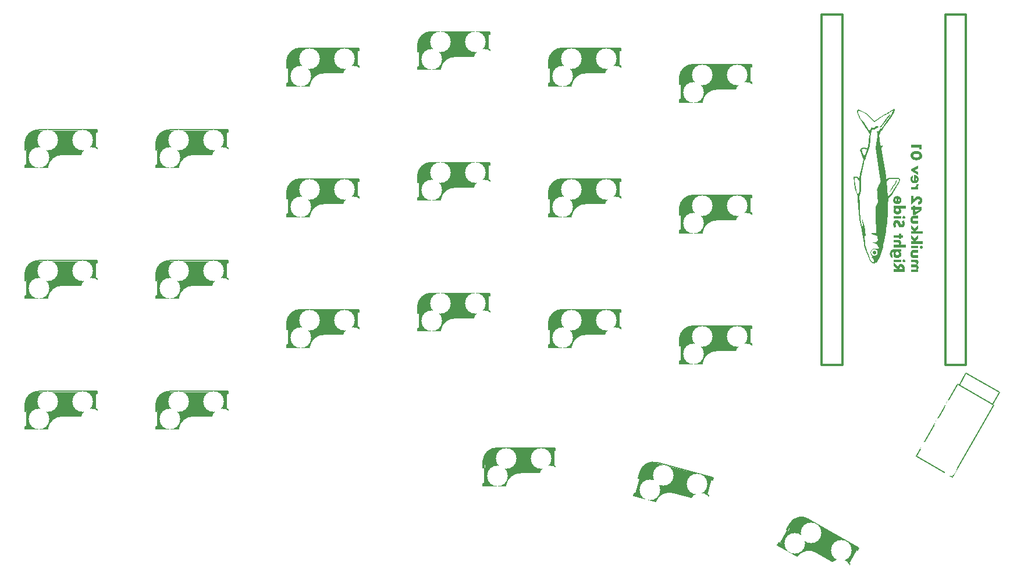
<source format=gbo>
G04 #@! TF.GenerationSoftware,KiCad,Pcbnew,8.0.4*
G04 #@! TF.CreationDate,2024-09-23T05:23:03+03:00*
G04 #@! TF.ProjectId,muikku42,6d75696b-6b75-4343-922e-6b696361645f,rev?*
G04 #@! TF.SameCoordinates,Original*
G04 #@! TF.FileFunction,Legend,Bot*
G04 #@! TF.FilePolarity,Positive*
%FSLAX46Y46*%
G04 Gerber Fmt 4.6, Leading zero omitted, Abs format (unit mm)*
G04 Created by KiCad (PCBNEW 8.0.4) date 2024-09-23 05:23:03*
%MOMM*%
%LPD*%
G01*
G04 APERTURE LIST*
G04 Aperture macros list*
%AMHorizOval*
0 Thick line with rounded ends*
0 $1 width*
0 $2 $3 position (X,Y) of the first rounded end (center of the circle)*
0 $4 $5 position (X,Y) of the second rounded end (center of the circle)*
0 Add line between two ends*
20,1,$1,$2,$3,$4,$5,0*
0 Add two circle primitives to create the rounded ends*
1,1,$1,$2,$3*
1,1,$1,$4,$5*%
%AMRotRect*
0 Rectangle, with rotation*
0 The origin of the aperture is its center*
0 $1 length*
0 $2 width*
0 $3 Rotation angle, in degrees counterclockwise*
0 Add horizontal line*
21,1,$1,$2,0,0,$3*%
G04 Aperture macros list end*
%ADD10C,0.000000*%
%ADD11C,0.300000*%
%ADD12C,0.150000*%
%ADD13C,0.500000*%
%ADD14C,0.800000*%
%ADD15C,3.000000*%
%ADD16C,3.500000*%
%ADD17C,1.000000*%
%ADD18C,0.400000*%
%ADD19C,1.750000*%
%ADD20C,3.000000*%
%ADD21C,4.000000*%
%ADD22C,4.100000*%
%ADD23R,2.300000X2.000000*%
%ADD24RotRect,2.300000X2.000000X150.000000*%
%ADD25RotRect,2.300000X2.000000X165.000000*%
%ADD26C,0.800000*%
%ADD27HorizOval,1.600000X-0.100000X-0.173205X0.100000X0.173205X0*%
%ADD28O,1.700000X1.700000*%
%ADD29R,1.700000X1.700000*%
%ADD30HorizOval,1.600000X0.100000X0.173205X-0.100000X-0.173205X0*%
G04 APERTURE END LIST*
D10*
G36*
X203479865Y-81269631D02*
G01*
X203491667Y-81270578D01*
X203503448Y-81272203D01*
X203515212Y-81274500D01*
X203526945Y-81277462D01*
X203538643Y-81281099D01*
X203550297Y-81285408D01*
X203561900Y-81290379D01*
X203573445Y-81296023D01*
X203584925Y-81302339D01*
X203596329Y-81309320D01*
X203607659Y-81316973D01*
X203618901Y-81325290D01*
X203630050Y-81334271D01*
X203641096Y-81343922D01*
X203652032Y-81354236D01*
X203664915Y-81368081D01*
X203676704Y-81381853D01*
X203687418Y-81395598D01*
X203697064Y-81409378D01*
X203705653Y-81423225D01*
X203713196Y-81437196D01*
X203719705Y-81451327D01*
X203725193Y-81465671D01*
X203729663Y-81480283D01*
X203733136Y-81495195D01*
X203735614Y-81510461D01*
X203737116Y-81526136D01*
X203737648Y-81542259D01*
X203737214Y-81558869D01*
X203735841Y-81576029D01*
X203733525Y-81593776D01*
X203732229Y-81600071D01*
X203730227Y-81606888D01*
X203727555Y-81614164D01*
X203724264Y-81621826D01*
X203720394Y-81629821D01*
X203715991Y-81638095D01*
X203711091Y-81646574D01*
X203705745Y-81655202D01*
X203699996Y-81663920D01*
X203693881Y-81672652D01*
X203687446Y-81681360D01*
X203680741Y-81689970D01*
X203673804Y-81698416D01*
X203666674Y-81706644D01*
X203659406Y-81714582D01*
X203652033Y-81722188D01*
X203641103Y-81732728D01*
X203630079Y-81742588D01*
X203618965Y-81751768D01*
X203607767Y-81760269D01*
X203596495Y-81768092D01*
X203585155Y-81775230D01*
X203573743Y-81781690D01*
X203562281Y-81787468D01*
X203550771Y-81792572D01*
X203539218Y-81796991D01*
X203527618Y-81800734D01*
X203515991Y-81803792D01*
X203504340Y-81806172D01*
X203492671Y-81807873D01*
X203480983Y-81808893D01*
X203469294Y-81809233D01*
X203457606Y-81808897D01*
X203445915Y-81807869D01*
X203434253Y-81806174D01*
X203422596Y-81803789D01*
X203410972Y-81800730D01*
X203399375Y-81796991D01*
X203387817Y-81792574D01*
X203376306Y-81787474D01*
X203364840Y-81781688D01*
X203353435Y-81775231D01*
X203342094Y-81768089D01*
X203330821Y-81760270D01*
X203319628Y-81751767D01*
X203308510Y-81742588D01*
X203297489Y-81732728D01*
X203286556Y-81722187D01*
X203276015Y-81711471D01*
X203266154Y-81700634D01*
X203256969Y-81689687D01*
X203248468Y-81678627D01*
X203240641Y-81667470D01*
X203233491Y-81656222D01*
X203227027Y-81644891D01*
X203221230Y-81633478D01*
X203216117Y-81622001D01*
X203211672Y-81610463D01*
X203207908Y-81598869D01*
X203204816Y-81587232D01*
X203202403Y-81575551D01*
X203200663Y-81563848D01*
X203199593Y-81552120D01*
X203199200Y-81540374D01*
X203199480Y-81528620D01*
X203200429Y-81516868D01*
X203202051Y-81505127D01*
X203204344Y-81493400D01*
X203207311Y-81481698D01*
X203210947Y-81470024D01*
X203215252Y-81458391D01*
X203220229Y-81446806D01*
X203225871Y-81435269D01*
X203232189Y-81423799D01*
X203239168Y-81412400D01*
X203246815Y-81401077D01*
X203255135Y-81389838D01*
X203264118Y-81378688D01*
X203273770Y-81367644D01*
X203284089Y-81356709D01*
X203295022Y-81346165D01*
X203306072Y-81336304D01*
X203317219Y-81327122D01*
X203328460Y-81318617D01*
X203339788Y-81310792D01*
X203351196Y-81303648D01*
X203362678Y-81297182D01*
X203374222Y-81291384D01*
X203385822Y-81286268D01*
X203397481Y-81281825D01*
X203409174Y-81278059D01*
X203420905Y-81274973D01*
X203432672Y-81272558D01*
X203444457Y-81270815D01*
X203456255Y-81269745D01*
X203468059Y-81269353D01*
X203479865Y-81269631D01*
G37*
G36*
X206633845Y-71020636D02*
G01*
X206641431Y-71023231D01*
X206649223Y-71027895D01*
X206657348Y-71034430D01*
X206664698Y-71040647D01*
X206667986Y-71043610D01*
X206671011Y-71046523D01*
X206673780Y-71049431D01*
X206676287Y-71052363D01*
X206678540Y-71055364D01*
X206680535Y-71058470D01*
X206682276Y-71061716D01*
X206683757Y-71065137D01*
X206684983Y-71068778D01*
X206685953Y-71072675D01*
X206686671Y-71076857D01*
X206687129Y-71081376D01*
X206687338Y-71086254D01*
X206687287Y-71091536D01*
X206686988Y-71097262D01*
X206686438Y-71103466D01*
X206685628Y-71110183D01*
X206684570Y-71117462D01*
X206683264Y-71125326D01*
X206681707Y-71133824D01*
X206679897Y-71142981D01*
X206677838Y-71152853D01*
X206672972Y-71174841D01*
X206667107Y-71200099D01*
X206652411Y-71261619D01*
X206646620Y-71284526D01*
X206639187Y-71308265D01*
X206629757Y-71333428D01*
X206617949Y-71360631D01*
X206603411Y-71390465D01*
X206585780Y-71423531D01*
X206564674Y-71460434D01*
X206539742Y-71501772D01*
X206510612Y-71548147D01*
X206476922Y-71600154D01*
X206438300Y-71658401D01*
X206394390Y-71723484D01*
X206289229Y-71876565D01*
X206158518Y-72064192D01*
X206009675Y-72276880D01*
X205890546Y-72443327D01*
X205797754Y-72567288D01*
X205760176Y-72614520D01*
X205727911Y-72652538D01*
X205700537Y-72681812D01*
X205677629Y-72702822D01*
X205658768Y-72716028D01*
X205643523Y-72721908D01*
X205637132Y-72722250D01*
X205631481Y-72720928D01*
X205626525Y-72718019D01*
X205622210Y-72713566D01*
X205615292Y-72700285D01*
X205610304Y-72681554D01*
X205610379Y-72678708D01*
X205611514Y-72674367D01*
X205616859Y-72661376D01*
X205626132Y-72642888D01*
X205639125Y-72619234D01*
X205675460Y-72557708D01*
X205724205Y-72479366D01*
X205783719Y-72386785D01*
X205852343Y-72282542D01*
X205928441Y-72169214D01*
X206010354Y-72049373D01*
X206112584Y-71900164D01*
X206201271Y-71768322D01*
X206277225Y-71652450D01*
X206341259Y-71551161D01*
X206394181Y-71463070D01*
X206436793Y-71386792D01*
X206469923Y-71320925D01*
X206494362Y-71264091D01*
X206526485Y-71184534D01*
X206540442Y-71151474D01*
X206553170Y-71122637D01*
X206564793Y-71097817D01*
X206575453Y-71076822D01*
X206585267Y-71059468D01*
X206594376Y-71045545D01*
X206602907Y-71034862D01*
X206610988Y-71027222D01*
X206614901Y-71024488D01*
X206618748Y-71022447D01*
X206622550Y-71021054D01*
X206626326Y-71020307D01*
X206630085Y-71020174D01*
X206633845Y-71020636D01*
G37*
G36*
X206339505Y-60605348D02*
G01*
X206343063Y-60605928D01*
X206346404Y-60606773D01*
X206349556Y-60607892D01*
X206352545Y-60609284D01*
X206355409Y-60610947D01*
X206358170Y-60612894D01*
X206360862Y-60615112D01*
X206366135Y-60620390D01*
X206371470Y-60626792D01*
X206383238Y-60643012D01*
X206386907Y-60648704D01*
X206390503Y-60654644D01*
X206393991Y-60660769D01*
X206397362Y-60667048D01*
X206400585Y-60673431D01*
X206403639Y-60679863D01*
X206406510Y-60686302D01*
X206409171Y-60692708D01*
X206411593Y-60699021D01*
X206413770Y-60705204D01*
X206415665Y-60711204D01*
X206417272Y-60716978D01*
X206418557Y-60722477D01*
X206419497Y-60727648D01*
X206420079Y-60732458D01*
X206420284Y-60736849D01*
X206419229Y-60743232D01*
X206416140Y-60753887D01*
X206404266Y-60787047D01*
X206385510Y-60834388D01*
X206360707Y-60893969D01*
X206330687Y-60963848D01*
X206296302Y-61042096D01*
X206258391Y-61126769D01*
X206217791Y-61215923D01*
X206015291Y-61657950D01*
X205378174Y-62509907D01*
X205050901Y-62951939D01*
X204937063Y-63109461D01*
X204850947Y-63232836D01*
X204788450Y-63328201D01*
X204745455Y-63401691D01*
X204717859Y-63459429D01*
X204701547Y-63507566D01*
X204694803Y-63530437D01*
X204688333Y-63551072D01*
X204681966Y-63569705D01*
X204675503Y-63586587D01*
X204668765Y-63601965D01*
X204661570Y-63616084D01*
X204653722Y-63629193D01*
X204645058Y-63641532D01*
X204635377Y-63653352D01*
X204624501Y-63664894D01*
X204612238Y-63676409D01*
X204598414Y-63688140D01*
X204582833Y-63700333D01*
X204565316Y-63713239D01*
X204545683Y-63727099D01*
X204523745Y-63742158D01*
X204500188Y-63757994D01*
X204479286Y-63772520D01*
X204460670Y-63786279D01*
X204452113Y-63793032D01*
X204443993Y-63799808D01*
X204436274Y-63806660D01*
X204428892Y-63813657D01*
X204421820Y-63820873D01*
X204415015Y-63828374D01*
X204408413Y-63836221D01*
X204401990Y-63844487D01*
X204395686Y-63853239D01*
X204389471Y-63862545D01*
X204383290Y-63872474D01*
X204377100Y-63883096D01*
X204370855Y-63894474D01*
X204364508Y-63906680D01*
X204351353Y-63933832D01*
X204337264Y-63965107D01*
X204321893Y-64001038D01*
X204304869Y-64042170D01*
X204264455Y-64142211D01*
X204140982Y-64450893D01*
X204182962Y-64895392D01*
X204193856Y-65006578D01*
X204206193Y-65114403D01*
X204220035Y-65219218D01*
X204235438Y-65321366D01*
X204252465Y-65421213D01*
X204271167Y-65519078D01*
X204291609Y-65615333D01*
X204313847Y-65710309D01*
X204400277Y-66083197D01*
X204536094Y-65944905D01*
X204587125Y-65893940D01*
X204607277Y-65874602D01*
X204616045Y-65866649D01*
X204623954Y-65859905D01*
X204631010Y-65854425D01*
X204637229Y-65850256D01*
X204642614Y-65847456D01*
X204647179Y-65846067D01*
X204649148Y-65845918D01*
X204650926Y-65846145D01*
X204652504Y-65846755D01*
X204653879Y-65847741D01*
X204655051Y-65849131D01*
X204656032Y-65850910D01*
X204657404Y-65855699D01*
X204658003Y-65862160D01*
X204657841Y-65870341D01*
X204656916Y-65880289D01*
X204655249Y-65892067D01*
X204652847Y-65905725D01*
X204649717Y-65921304D01*
X204641311Y-65958445D01*
X204630123Y-66003915D01*
X204616208Y-66058111D01*
X204580545Y-66194320D01*
X204508931Y-66453612D01*
X204748468Y-67959972D01*
X205032758Y-69791068D01*
X205140529Y-70517238D01*
X205185558Y-70851693D01*
X205185785Y-70851776D01*
X205186470Y-70851585D01*
X205189145Y-70850370D01*
X205199447Y-70844824D01*
X205215771Y-70835452D01*
X205237418Y-70822671D01*
X205263698Y-70806886D01*
X205293903Y-70788490D01*
X205327358Y-70767895D01*
X205363363Y-70745506D01*
X205541157Y-70636850D01*
X206272116Y-70636848D01*
X206692304Y-70637737D01*
X206824357Y-70639847D01*
X206916642Y-70643949D01*
X206978366Y-70650718D01*
X207000645Y-70655306D01*
X207018737Y-70660816D01*
X207033786Y-70667314D01*
X207046953Y-70674899D01*
X207072212Y-70693649D01*
X207082304Y-70702173D01*
X207091746Y-70711086D01*
X207100542Y-70720399D01*
X207108681Y-70730136D01*
X207116171Y-70740296D01*
X207123018Y-70750893D01*
X207129214Y-70761954D01*
X207134760Y-70773479D01*
X207139661Y-70785487D01*
X207143914Y-70797985D01*
X207147520Y-70810993D01*
X207150477Y-70824524D01*
X207152790Y-70838586D01*
X207154464Y-70853192D01*
X207155492Y-70868362D01*
X207155866Y-70884101D01*
X207155602Y-70900430D01*
X207154691Y-70917355D01*
X207153142Y-70934896D01*
X207150948Y-70953062D01*
X207148118Y-70971861D01*
X207144639Y-70991316D01*
X207135767Y-71032235D01*
X207124326Y-71075912D01*
X207110331Y-71122458D01*
X207093784Y-71171977D01*
X207074683Y-71224577D01*
X207056604Y-71271953D01*
X207037912Y-71318801D01*
X207019165Y-71363915D01*
X207000908Y-71406079D01*
X206983698Y-71444080D01*
X206968073Y-71476695D01*
X206954594Y-71502710D01*
X206943799Y-71520914D01*
X206926740Y-71548749D01*
X206895263Y-71602404D01*
X206796254Y-71774648D01*
X206661125Y-72012638D01*
X206504237Y-72291379D01*
X206111595Y-72995172D01*
X205800449Y-73316196D01*
X205491769Y-73637226D01*
X205442383Y-74743111D01*
X205434973Y-74908991D01*
X205404317Y-75551788D01*
X205369374Y-76143013D01*
X205329578Y-76688295D01*
X205284339Y-77193227D01*
X205233075Y-77663430D01*
X205175215Y-78104528D01*
X205110185Y-78522125D01*
X205037391Y-78921834D01*
X204802792Y-80144212D01*
X204753367Y-80387259D01*
X204685186Y-80693966D01*
X204607282Y-81025225D01*
X204528684Y-81341893D01*
X204343480Y-82058031D01*
X204150860Y-82379061D01*
X204070414Y-82513562D01*
X203994363Y-82643906D01*
X203931737Y-82754803D01*
X203908279Y-82798174D01*
X203891572Y-82830964D01*
X203876824Y-82858810D01*
X203862170Y-82884050D01*
X203847514Y-82906722D01*
X203832765Y-82926892D01*
X203825335Y-82936046D01*
X203817851Y-82944591D01*
X203810295Y-82952542D01*
X203802670Y-82959888D01*
X203794955Y-82966649D01*
X203787146Y-82972824D01*
X203779221Y-82978427D01*
X203771182Y-82983450D01*
X203763014Y-82987920D01*
X203754703Y-82991828D01*
X203746242Y-82995178D01*
X203737613Y-82997991D01*
X203728814Y-83000262D01*
X203719834Y-83001999D01*
X203710653Y-83003211D01*
X203701269Y-83003903D01*
X203691666Y-83004086D01*
X203681838Y-83003754D01*
X203671768Y-83002925D01*
X203661450Y-83001598D01*
X203650870Y-82999787D01*
X203640019Y-82997493D01*
X203617461Y-82991482D01*
X203603086Y-82986745D01*
X203590444Y-82982764D01*
X203579400Y-82979604D01*
X203569850Y-82977321D01*
X203565586Y-82976523D01*
X203561650Y-82975977D01*
X203558027Y-82975677D01*
X203554691Y-82975637D01*
X203551640Y-82975865D01*
X203548850Y-82976357D01*
X203546307Y-82977139D01*
X203543997Y-82978203D01*
X203541900Y-82979573D01*
X203540009Y-82981241D01*
X203538305Y-82983222D01*
X203536769Y-82985521D01*
X203535393Y-82988153D01*
X203534150Y-82991117D01*
X203533040Y-82994423D01*
X203532033Y-82998078D01*
X203530290Y-83006472D01*
X203528802Y-83016360D01*
X203527443Y-83027806D01*
X203526094Y-83040869D01*
X203525019Y-83051038D01*
X203523657Y-83060694D01*
X203522007Y-83069848D01*
X203520051Y-83078505D01*
X203517801Y-83086647D01*
X203515244Y-83094295D01*
X203512387Y-83101441D01*
X203509229Y-83108083D01*
X203505758Y-83114230D01*
X203501988Y-83119880D01*
X203497897Y-83125028D01*
X203493491Y-83129683D01*
X203488774Y-83133838D01*
X203483731Y-83137506D01*
X203478375Y-83140674D01*
X203472689Y-83143352D01*
X203466682Y-83145538D01*
X203462194Y-83146734D01*
X203460345Y-83147231D01*
X203453678Y-83148435D01*
X203446677Y-83149153D01*
X203439348Y-83149375D01*
X203431674Y-83149116D01*
X203423666Y-83148367D01*
X203415317Y-83147128D01*
X203406620Y-83145413D01*
X203397580Y-83143210D01*
X203388194Y-83140525D01*
X203378452Y-83137358D01*
X203368362Y-83133711D01*
X203357913Y-83129587D01*
X203347108Y-83124978D01*
X203335944Y-83119893D01*
X203314502Y-83110890D01*
X203293113Y-83102525D01*
X203272308Y-83094979D01*
X203252601Y-83088408D01*
X203251982Y-83088220D01*
X203234511Y-83082994D01*
X203218567Y-83078912D01*
X203211561Y-83077426D01*
X203205281Y-83076341D01*
X203199804Y-83075670D01*
X203195184Y-83075444D01*
X203193115Y-83075207D01*
X203190608Y-83074498D01*
X203187673Y-83073343D01*
X203184332Y-83071745D01*
X203176488Y-83067251D01*
X203167174Y-83061125D01*
X203156498Y-83053455D01*
X203144573Y-83044318D01*
X203131507Y-83033816D01*
X203117397Y-83022039D01*
X203102368Y-83009074D01*
X203086521Y-82995013D01*
X203069966Y-82979950D01*
X203052809Y-82963965D01*
X203035158Y-82947163D01*
X203017126Y-82929624D01*
X202998820Y-82911439D01*
X202980344Y-82892701D01*
X202951727Y-82863389D01*
X202925857Y-82836252D01*
X202902410Y-82810789D01*
X202881063Y-82786516D01*
X202861502Y-82762937D01*
X202843391Y-82739559D01*
X202826421Y-82715889D01*
X202810261Y-82691440D01*
X202794596Y-82665720D01*
X202779100Y-82638236D01*
X202763452Y-82608489D01*
X202747331Y-82575995D01*
X202730413Y-82540259D01*
X202712371Y-82500794D01*
X202671664Y-82408692D01*
X202612360Y-82267548D01*
X202547265Y-82105569D01*
X202484488Y-81942661D01*
X202456503Y-81867081D01*
X202432128Y-81798741D01*
X202376874Y-81640542D01*
X202303102Y-81438814D01*
X202220990Y-81219498D01*
X202140734Y-81008519D01*
X201957991Y-80526975D01*
X201903669Y-80045435D01*
X201886292Y-79905238D01*
X201863267Y-79746631D01*
X201833820Y-79565336D01*
X201797170Y-79357075D01*
X201752533Y-79117560D01*
X201699131Y-78842509D01*
X201562883Y-78168658D01*
X201278902Y-76773416D01*
X201157897Y-75575740D01*
X201152956Y-75524693D01*
X201096275Y-74938931D01*
X201059421Y-74498446D01*
X201048479Y-74323753D01*
X201041562Y-74164451D01*
X201037943Y-74009321D01*
X201036892Y-73847129D01*
X201036891Y-73318663D01*
X200817113Y-72735879D01*
X200599795Y-72155558D01*
X200493615Y-71335704D01*
X200453329Y-71015254D01*
X200423239Y-70750133D01*
X200415142Y-70664015D01*
X200543002Y-70664015D01*
X200544791Y-70689333D01*
X200549908Y-70739256D01*
X200568626Y-70901076D01*
X200596136Y-71125874D01*
X200629434Y-71390029D01*
X200665708Y-71649950D01*
X200706641Y-71907145D01*
X200750408Y-72152886D01*
X200795196Y-72378425D01*
X200839171Y-72575025D01*
X200880509Y-72733946D01*
X200917389Y-72846456D01*
X200933588Y-72882565D01*
X200947988Y-72903799D01*
X200952086Y-72907495D01*
X200956937Y-72911174D01*
X200962477Y-72914796D01*
X200968640Y-72918346D01*
X200975361Y-72921792D01*
X200982589Y-72925114D01*
X200990259Y-72928283D01*
X200998305Y-72931270D01*
X201006672Y-72934058D01*
X201015300Y-72936621D01*
X201024118Y-72938929D01*
X201033073Y-72940955D01*
X201042098Y-72942681D01*
X201051136Y-72944081D01*
X201060123Y-72945120D01*
X201068998Y-72945783D01*
X201152954Y-72953190D01*
X201217159Y-72716123D01*
X201236834Y-72637289D01*
X201244882Y-72601507D01*
X201251850Y-72566528D01*
X201257818Y-72531128D01*
X201262875Y-72494085D01*
X201267094Y-72454189D01*
X201270561Y-72410221D01*
X201273372Y-72360950D01*
X201275596Y-72305170D01*
X201277318Y-72241649D01*
X201278630Y-72169177D01*
X201280330Y-71992503D01*
X201281365Y-71765388D01*
X201283836Y-71054187D01*
X201106034Y-70864036D01*
X201034421Y-70789262D01*
X200972070Y-70725135D01*
X200925455Y-70678599D01*
X200910085Y-70664104D01*
X200901074Y-70656606D01*
X200897904Y-70655133D01*
X200893101Y-70653506D01*
X200886765Y-70651735D01*
X200879004Y-70649857D01*
X200859575Y-70645795D01*
X200835631Y-70641479D01*
X200807987Y-70637047D01*
X200777444Y-70632646D01*
X200744823Y-70628414D01*
X200710922Y-70624506D01*
X200656207Y-70618907D01*
X200614890Y-70615400D01*
X200598660Y-70614566D01*
X200585086Y-70614432D01*
X200573914Y-70615047D01*
X200564920Y-70616478D01*
X200561163Y-70617513D01*
X200557864Y-70618774D01*
X200554984Y-70620265D01*
X200552511Y-70621992D01*
X200550400Y-70623971D01*
X200548625Y-70626201D01*
X200547159Y-70628694D01*
X200545974Y-70631446D01*
X200544321Y-70637795D01*
X200543432Y-70645301D01*
X200543002Y-70664015D01*
X200415142Y-70664015D01*
X200406104Y-70567898D01*
X200403272Y-70516472D01*
X200403431Y-70502189D01*
X200404714Y-70496091D01*
X200405944Y-70494934D01*
X200407763Y-70493779D01*
X200413102Y-70491481D01*
X200420606Y-70489211D01*
X200430143Y-70486985D01*
X200441574Y-70484820D01*
X200454762Y-70482724D01*
X200469585Y-70480713D01*
X200485895Y-70478803D01*
X200522473Y-70475351D01*
X200563415Y-70472476D01*
X200607657Y-70470298D01*
X200654126Y-70468927D01*
X200883785Y-70459052D01*
X201071464Y-70584992D01*
X201108825Y-70610254D01*
X201144393Y-70633843D01*
X201206666Y-70673890D01*
X201231640Y-70689319D01*
X201251348Y-70700978D01*
X201264919Y-70708361D01*
X201269131Y-70710277D01*
X201271487Y-70710932D01*
X201272176Y-70710681D01*
X201272853Y-70709939D01*
X201273502Y-70708712D01*
X201274145Y-70707012D01*
X201275379Y-70702257D01*
X201276542Y-70695771D01*
X201277636Y-70687647D01*
X201278653Y-70677988D01*
X201279590Y-70666886D01*
X201280439Y-70654443D01*
X201281884Y-70625925D01*
X201282951Y-70593213D01*
X201283614Y-70557080D01*
X201283835Y-70518318D01*
X201284397Y-70487169D01*
X201286240Y-70454103D01*
X201289598Y-70418013D01*
X201294717Y-70377791D01*
X201301829Y-70332332D01*
X201311184Y-70280526D01*
X201323007Y-70221271D01*
X201337550Y-70153453D01*
X201375717Y-69987722D01*
X201427603Y-69774477D01*
X201495118Y-69504853D01*
X201580167Y-69169999D01*
X201789458Y-68342431D01*
X201853121Y-68083406D01*
X201876505Y-67979726D01*
X201875166Y-67972609D01*
X201871234Y-67958905D01*
X201856132Y-67913167D01*
X201832226Y-67845380D01*
X201800570Y-67758404D01*
X201718151Y-67538355D01*
X201617212Y-67275932D01*
X201516273Y-67012556D01*
X201433859Y-66793157D01*
X201378295Y-66640442D01*
X201363188Y-66596172D01*
X201357917Y-66577085D01*
X201358743Y-66571189D01*
X201361160Y-66564201D01*
X201362427Y-66561603D01*
X201618870Y-66561603D01*
X201619662Y-66579369D01*
X201622052Y-66599027D01*
X201626031Y-66620713D01*
X201631572Y-66644552D01*
X201638673Y-66670668D01*
X201647317Y-66699198D01*
X201657498Y-66730267D01*
X201682392Y-66800545D01*
X201713269Y-66882535D01*
X201792545Y-67085791D01*
X201868322Y-67275742D01*
X201932070Y-67431204D01*
X201977288Y-67536195D01*
X201990929Y-67564770D01*
X201995155Y-67572206D01*
X201997505Y-67574742D01*
X202003285Y-67564047D01*
X202015400Y-67533768D01*
X202054999Y-67425221D01*
X202170364Y-67091657D01*
X202285737Y-66746508D01*
X202325336Y-66623498D01*
X202343231Y-66562266D01*
X202343061Y-66561477D01*
X202342574Y-66560478D01*
X202341766Y-66559301D01*
X202340650Y-66557926D01*
X202337533Y-66554645D01*
X202333276Y-66550693D01*
X202327946Y-66546101D01*
X202321607Y-66540909D01*
X202314335Y-66535173D01*
X202306183Y-66528932D01*
X202287521Y-66515099D01*
X202266138Y-66499755D01*
X202242550Y-66483264D01*
X202217286Y-66465956D01*
X202088874Y-66382000D01*
X201861689Y-66423977D01*
X201806976Y-66434397D01*
X201759456Y-66444112D01*
X201738360Y-66449025D01*
X201719025Y-66454155D01*
X201701437Y-66459630D01*
X201685589Y-66465574D01*
X201671455Y-66472117D01*
X201659031Y-66479390D01*
X201648303Y-66487523D01*
X201639266Y-66496644D01*
X201631894Y-66506883D01*
X201626180Y-66518364D01*
X201622115Y-66531231D01*
X201619682Y-66545597D01*
X201618870Y-66561603D01*
X201362427Y-66561603D01*
X201365059Y-66556204D01*
X201370374Y-66547282D01*
X201384841Y-66526987D01*
X201403836Y-66503967D01*
X201426620Y-66478876D01*
X201452462Y-66452370D01*
X201480635Y-66425112D01*
X201510413Y-66397742D01*
X201541046Y-66370925D01*
X201571824Y-66345311D01*
X201602011Y-66321557D01*
X201630873Y-66300318D01*
X201657679Y-66282240D01*
X201681696Y-66267989D01*
X201692437Y-66262507D01*
X201702203Y-66258224D01*
X201710908Y-66255220D01*
X201718458Y-66253587D01*
X201808306Y-66243674D01*
X201848810Y-66240367D01*
X201886730Y-66238188D01*
X201922349Y-66237197D01*
X201955946Y-66237397D01*
X201987803Y-66238835D01*
X202018189Y-66241548D01*
X202047389Y-66245560D01*
X202075684Y-66250912D01*
X202103350Y-66257625D01*
X202130666Y-66265743D01*
X202157905Y-66275290D01*
X202185352Y-66286301D01*
X202213287Y-66298815D01*
X202241981Y-66312852D01*
X202280694Y-66332091D01*
X202297879Y-66340179D01*
X202313670Y-66347271D01*
X202328101Y-66353378D01*
X202341212Y-66358518D01*
X202353030Y-66362704D01*
X202363601Y-66365945D01*
X202372954Y-66368268D01*
X202381126Y-66369671D01*
X202388162Y-66370178D01*
X202394088Y-66369804D01*
X202398938Y-66368563D01*
X202402758Y-66366469D01*
X202404291Y-66365107D01*
X202405575Y-66363532D01*
X202407434Y-66359773D01*
X202440811Y-66264666D01*
X202455748Y-66217888D01*
X202469788Y-66170282D01*
X202483132Y-66120836D01*
X202495988Y-66068548D01*
X202508549Y-66012404D01*
X202521029Y-65951389D01*
X202533619Y-65884498D01*
X202546529Y-65810730D01*
X202574121Y-65638503D01*
X202605415Y-65426630D01*
X202642030Y-65167033D01*
X202760565Y-64305196D01*
X202350638Y-63606343D01*
X202236197Y-63413132D01*
X202133365Y-63243255D01*
X202038923Y-63091784D01*
X201949661Y-62953792D01*
X201862367Y-62824365D01*
X201773830Y-62698597D01*
X201680834Y-62571538D01*
X201580169Y-62438295D01*
X201222097Y-61971569D01*
X201054177Y-61524601D01*
X200886257Y-61080102D01*
X200897607Y-61026192D01*
X201069067Y-61026192D01*
X201069495Y-61046842D01*
X201070205Y-61057397D01*
X201071273Y-61068213D01*
X201072726Y-61079390D01*
X201074584Y-61091014D01*
X201079627Y-61115941D01*
X201086590Y-61143694D01*
X201095665Y-61174977D01*
X201107044Y-61210487D01*
X201120922Y-61250940D01*
X201137485Y-61297029D01*
X201156927Y-61349453D01*
X201179438Y-61408914D01*
X201234449Y-61551766D01*
X201412246Y-62006145D01*
X201740685Y-62364213D01*
X201849966Y-62482990D01*
X201895639Y-62533554D01*
X201936620Y-62580096D01*
X201973864Y-62624015D01*
X202008341Y-62666724D01*
X202041007Y-62709605D01*
X202072823Y-62754075D01*
X202104758Y-62801522D01*
X202137775Y-62853350D01*
X202172826Y-62910954D01*
X202210882Y-62975742D01*
X202299849Y-63132462D01*
X202412369Y-63334701D01*
X202753159Y-63944656D01*
X202767971Y-63828597D01*
X202773247Y-63800025D01*
X202782259Y-63765934D01*
X202794528Y-63727337D01*
X202809566Y-63685254D01*
X202826894Y-63640687D01*
X202846022Y-63594664D01*
X202887741Y-63502319D01*
X202930851Y-63416332D01*
X202951713Y-63378270D01*
X202971471Y-63344854D01*
X202989634Y-63317089D01*
X203005722Y-63296000D01*
X203019254Y-63282598D01*
X203024904Y-63279100D01*
X203029733Y-63277907D01*
X203033629Y-63278251D01*
X203038765Y-63279253D01*
X203045074Y-63280892D01*
X203052458Y-63283114D01*
X203060850Y-63285913D01*
X203070144Y-63289236D01*
X203091161Y-63297358D01*
X203114837Y-63307207D01*
X203140513Y-63318538D01*
X203167517Y-63331080D01*
X203195186Y-63344580D01*
X203328537Y-63408791D01*
X203540906Y-63233456D01*
X203583104Y-63197455D01*
X203623830Y-63164004D01*
X203662058Y-63133795D01*
X203696796Y-63107515D01*
X203727009Y-63085869D01*
X203751699Y-63069548D01*
X203761655Y-63063600D01*
X203769848Y-63059245D01*
X203776154Y-63056571D01*
X203780443Y-63055651D01*
X203784837Y-63056153D01*
X203790535Y-63057604D01*
X203805473Y-63063126D01*
X203824515Y-63071775D01*
X203846888Y-63083056D01*
X203898604Y-63111654D01*
X203954544Y-63145172D01*
X204008626Y-63179851D01*
X204033075Y-63196453D01*
X204054785Y-63211926D01*
X204072990Y-63225812D01*
X204086934Y-63237636D01*
X204095858Y-63246921D01*
X204098203Y-63250473D01*
X204099004Y-63253213D01*
X204098786Y-63254429D01*
X204098145Y-63255757D01*
X204097100Y-63257191D01*
X204095644Y-63258728D01*
X204093795Y-63260371D01*
X204091564Y-63262108D01*
X204085996Y-63265869D01*
X204079029Y-63269972D01*
X204070745Y-63274397D01*
X204061221Y-63279108D01*
X204050541Y-63284080D01*
X204038790Y-63289285D01*
X204026051Y-63294691D01*
X204012413Y-63300272D01*
X203997952Y-63305995D01*
X203982749Y-63311838D01*
X203966891Y-63317764D01*
X203933547Y-63329767D01*
X203912600Y-63336651D01*
X203891428Y-63344338D01*
X203870035Y-63352808D01*
X203848429Y-63362056D01*
X203826629Y-63372076D01*
X203804627Y-63382854D01*
X203782442Y-63394373D01*
X203760073Y-63406626D01*
X203737527Y-63419603D01*
X203714823Y-63433295D01*
X203691954Y-63447686D01*
X203668933Y-63462767D01*
X203645766Y-63478529D01*
X203622468Y-63494962D01*
X203575479Y-63529791D01*
X203536977Y-63558634D01*
X203499851Y-63585508D01*
X203465051Y-63609834D01*
X203433488Y-63631038D01*
X203406093Y-63648537D01*
X203383789Y-63661748D01*
X203374840Y-63666571D01*
X203367510Y-63670105D01*
X203361910Y-63672278D01*
X203358167Y-63673021D01*
X203356646Y-63672927D01*
X203354854Y-63672651D01*
X203350515Y-63671557D01*
X203345229Y-63669782D01*
X203339068Y-63667346D01*
X203332116Y-63664285D01*
X203324441Y-63660647D01*
X203316124Y-63656443D01*
X203307234Y-63651717D01*
X203297860Y-63646501D01*
X203288067Y-63640823D01*
X203277931Y-63634720D01*
X203267536Y-63628221D01*
X203256947Y-63621361D01*
X203246247Y-63614164D01*
X203235517Y-63606685D01*
X203224824Y-63598934D01*
X203118635Y-63527319D01*
X203029733Y-63853284D01*
X203002648Y-63956943D01*
X202990753Y-64006435D01*
X202979727Y-64056051D01*
X202969400Y-64107038D01*
X202959585Y-64160656D01*
X202950126Y-64218167D01*
X202940832Y-64280806D01*
X202922080Y-64426540D01*
X202901941Y-64607897D01*
X202879022Y-64834911D01*
X202851932Y-65117643D01*
X202763035Y-66056034D01*
X202437066Y-67016641D01*
X202265367Y-67519097D01*
X202205005Y-67689558D01*
X202158017Y-67815511D01*
X202121683Y-67903957D01*
X202093275Y-67961903D01*
X202081194Y-67981624D01*
X202070076Y-67996352D01*
X202059583Y-68006947D01*
X202049367Y-68014303D01*
X202043946Y-68017608D01*
X202038767Y-68021183D01*
X202033781Y-68025248D01*
X202031346Y-68027524D01*
X202028942Y-68030005D01*
X202026563Y-68032714D01*
X202024201Y-68035676D01*
X202021849Y-68038919D01*
X202019512Y-68042473D01*
X202017167Y-68046361D01*
X202014821Y-68050607D01*
X202012464Y-68055246D01*
X202010085Y-68060295D01*
X202005254Y-68071747D01*
X202000283Y-68085175D01*
X201997506Y-68093581D01*
X201995122Y-68100798D01*
X201989724Y-68118830D01*
X201984036Y-68139477D01*
X201978020Y-68162955D01*
X201971619Y-68189477D01*
X201964784Y-68219269D01*
X201957478Y-68252520D01*
X201949644Y-68289468D01*
X201941240Y-68330303D01*
X201932210Y-68375266D01*
X201922514Y-68424544D01*
X201912100Y-68478367D01*
X201888926Y-68600484D01*
X201862310Y-68743323D01*
X201831867Y-68908585D01*
X201757973Y-69313224D01*
X201530779Y-70575115D01*
X201530781Y-72518565D01*
X201402367Y-72955652D01*
X201276430Y-73390277D01*
X201318415Y-74353361D01*
X201346503Y-75128458D01*
X201354871Y-75439262D01*
X201357920Y-75642414D01*
X201358818Y-75737278D01*
X201361852Y-75828584D01*
X201367560Y-75920875D01*
X201376444Y-76018693D01*
X201389032Y-76126584D01*
X201405843Y-76249090D01*
X201427402Y-76390749D01*
X201454229Y-76556107D01*
X201549303Y-77169767D01*
X201600076Y-77511090D01*
X201644377Y-77820464D01*
X201693224Y-78170275D01*
X201711136Y-78286233D01*
X201725869Y-78368680D01*
X201738285Y-78421956D01*
X201743891Y-78439009D01*
X201749250Y-78450405D01*
X201754462Y-78456674D01*
X201759637Y-78458360D01*
X201764887Y-78456011D01*
X201770320Y-78450173D01*
X201774345Y-78444696D01*
X201778093Y-78439269D01*
X201781550Y-78433734D01*
X201784717Y-78427924D01*
X201787575Y-78421661D01*
X201790129Y-78414800D01*
X201792365Y-78407159D01*
X201794278Y-78398587D01*
X201795860Y-78388903D01*
X201797115Y-78377955D01*
X201798018Y-78365574D01*
X201798577Y-78351594D01*
X201798779Y-78335850D01*
X201798616Y-78318179D01*
X201798079Y-78298412D01*
X201797174Y-78276383D01*
X201795882Y-78251936D01*
X201794199Y-78224902D01*
X201792116Y-78195110D01*
X201789638Y-78162403D01*
X201783428Y-78087566D01*
X201775528Y-77999073D01*
X201765874Y-77895607D01*
X201754415Y-77775843D01*
X201725869Y-77482147D01*
X201675861Y-76916032D01*
X201661969Y-76728584D01*
X201659019Y-76671121D01*
X201659195Y-76642537D01*
X201659827Y-76639232D01*
X201660810Y-76637173D01*
X201662132Y-76636355D01*
X201663787Y-76636760D01*
X201665774Y-76638389D01*
X201668090Y-76641229D01*
X201673701Y-76650490D01*
X201680579Y-76664467D01*
X201688712Y-76683085D01*
X201698054Y-76706257D01*
X201708579Y-76733910D01*
X201720269Y-76765964D01*
X201733082Y-76802331D01*
X201761984Y-76887709D01*
X201795053Y-76989408D01*
X201832054Y-77106788D01*
X201884225Y-77275922D01*
X201925774Y-77417097D01*
X201959279Y-77542176D01*
X201987322Y-77663036D01*
X202012461Y-77791534D01*
X202037288Y-77939535D01*
X202064369Y-78118913D01*
X202096285Y-78341518D01*
X202136066Y-78618558D01*
X202168209Y-78852076D01*
X202189697Y-79017991D01*
X202197531Y-79092228D01*
X202197494Y-79095824D01*
X202197366Y-79099212D01*
X202197143Y-79102382D01*
X202196809Y-79105353D01*
X202196343Y-79108121D01*
X202195740Y-79110695D01*
X202194981Y-79113074D01*
X202194062Y-79115261D01*
X202192953Y-79117271D01*
X202191651Y-79119095D01*
X202190144Y-79120747D01*
X202188416Y-79122221D01*
X202186446Y-79123533D01*
X202184240Y-79124680D01*
X202181765Y-79125661D01*
X202179010Y-79126492D01*
X202175973Y-79127166D01*
X202172623Y-79127696D01*
X202168963Y-79128083D01*
X202164976Y-79128328D01*
X202160640Y-79128437D01*
X202155948Y-79128417D01*
X202150889Y-79128269D01*
X202145440Y-79127996D01*
X202139594Y-79127607D01*
X202133338Y-79127097D01*
X202119541Y-79125751D01*
X202103934Y-79124000D01*
X202086406Y-79121862D01*
X202063903Y-79118628D01*
X202042996Y-79116346D01*
X202024116Y-79115045D01*
X202015567Y-79114777D01*
X202007691Y-79114761D01*
X202000539Y-79115009D01*
X201994162Y-79115518D01*
X201988619Y-79116298D01*
X201983964Y-79117346D01*
X201980243Y-79118669D01*
X201977523Y-79120276D01*
X201976554Y-79121182D01*
X201975855Y-79122155D01*
X201975428Y-79123206D01*
X201975282Y-79124327D01*
X201976290Y-79133837D01*
X201979178Y-79154077D01*
X201989789Y-79221570D01*
X202005496Y-79316371D01*
X202024669Y-79428073D01*
X202036013Y-79500208D01*
X202045928Y-79574079D01*
X202054402Y-79649799D01*
X202061402Y-79727491D01*
X202066895Y-79807267D01*
X202070858Y-79889242D01*
X202073255Y-79973531D01*
X202074060Y-80060249D01*
X202074507Y-80130155D01*
X202075798Y-80196261D01*
X202077839Y-80257106D01*
X202080542Y-80311213D01*
X202083825Y-80357091D01*
X202087603Y-80393276D01*
X202091785Y-80418295D01*
X202093995Y-80426156D01*
X202096284Y-80430668D01*
X202099822Y-80436798D01*
X202105710Y-80450288D01*
X202123991Y-80497806D01*
X202150025Y-80570093D01*
X202182714Y-80664032D01*
X202263669Y-80904335D01*
X202358043Y-81193726D01*
X202462380Y-81509542D01*
X202570419Y-81821885D01*
X202669193Y-82094881D01*
X202745747Y-82292626D01*
X202792750Y-82403850D01*
X202831910Y-82492499D01*
X202849424Y-82529841D01*
X202866034Y-82563322D01*
X202882083Y-82593531D01*
X202897929Y-82621064D01*
X202913917Y-82646513D01*
X202930400Y-82670474D01*
X202947732Y-82693531D01*
X202966264Y-82716288D01*
X202986337Y-82739337D01*
X203008316Y-82763269D01*
X203059366Y-82816148D01*
X203092464Y-82850308D01*
X203124543Y-82881974D01*
X203154825Y-82910523D01*
X203182530Y-82935299D01*
X203206880Y-82955684D01*
X203217555Y-82964027D01*
X203227099Y-82971035D01*
X203235405Y-82976618D01*
X203242386Y-82980704D01*
X203247951Y-82983222D01*
X203251987Y-82984071D01*
X203253668Y-82983929D01*
X203255475Y-82983503D01*
X203257404Y-82982802D01*
X203259448Y-82981836D01*
X203261596Y-82980603D01*
X203263841Y-82979123D01*
X203266180Y-82977392D01*
X203268614Y-82975428D01*
X203271129Y-82973232D01*
X203273719Y-82970806D01*
X203279113Y-82965321D01*
X203284745Y-82959023D01*
X203290571Y-82951974D01*
X203296542Y-82944222D01*
X203302601Y-82935841D01*
X203308722Y-82926880D01*
X203314838Y-82917397D01*
X203320912Y-82907451D01*
X203326901Y-82897099D01*
X203332749Y-82886405D01*
X203338411Y-82875413D01*
X203355445Y-82839237D01*
X203362165Y-82823985D01*
X203367699Y-82810094D01*
X203372067Y-82797171D01*
X203373813Y-82790951D01*
X203375274Y-82784822D01*
X203376436Y-82778743D01*
X203377322Y-82772661D01*
X203377921Y-82766518D01*
X203378230Y-82760280D01*
X203378268Y-82753887D01*
X203378018Y-82747292D01*
X203377493Y-82740445D01*
X203376685Y-82733303D01*
X203374248Y-82717921D01*
X203370708Y-82700742D01*
X203366090Y-82681380D01*
X203360391Y-82659444D01*
X203345823Y-82606250D01*
X203330512Y-82556583D01*
X203323569Y-82535778D01*
X203316843Y-82517304D01*
X203310135Y-82500907D01*
X203303238Y-82486309D01*
X203295958Y-82473251D01*
X203288101Y-82461474D01*
X203279457Y-82450710D01*
X203269839Y-82440692D01*
X203259033Y-82431159D01*
X203246854Y-82421849D01*
X203233098Y-82412493D01*
X203217563Y-82402833D01*
X203200056Y-82392596D01*
X203180364Y-82381529D01*
X203158427Y-82368875D01*
X203138886Y-82356799D01*
X203121710Y-82345255D01*
X203106865Y-82334180D01*
X203100306Y-82328810D01*
X203094326Y-82323532D01*
X203088905Y-82318348D01*
X203084047Y-82313248D01*
X203079750Y-82308228D01*
X203076009Y-82303272D01*
X203072817Y-82298381D01*
X203070167Y-82293550D01*
X203068071Y-82288772D01*
X203066507Y-82284036D01*
X203065473Y-82279340D01*
X203064976Y-82274673D01*
X203065003Y-82270023D01*
X203065553Y-82265400D01*
X203066623Y-82260779D01*
X203068207Y-82256165D01*
X203070293Y-82251549D01*
X203072892Y-82246918D01*
X203075991Y-82242270D01*
X203079589Y-82237600D01*
X203083684Y-82232897D01*
X203088261Y-82228159D01*
X203098878Y-82218545D01*
X203102550Y-82215251D01*
X203106142Y-82211865D01*
X203109630Y-82208411D01*
X203112998Y-82204921D01*
X203116223Y-82201420D01*
X203119279Y-82197925D01*
X203122149Y-82194467D01*
X203124807Y-82191072D01*
X203127235Y-82187761D01*
X203129409Y-82184563D01*
X203131311Y-82181502D01*
X203132911Y-82178612D01*
X203134194Y-82175901D01*
X203135138Y-82173403D01*
X203135717Y-82171150D01*
X203135870Y-82170115D01*
X203135923Y-82169157D01*
X203135265Y-82165534D01*
X203133345Y-82159382D01*
X203125965Y-82140062D01*
X203114300Y-82112291D01*
X203098875Y-82077169D01*
X203080215Y-82035794D01*
X203058827Y-81989269D01*
X203009979Y-81885169D01*
X202970554Y-81803753D01*
X202940447Y-81738546D01*
X202928545Y-81710862D01*
X202918563Y-81685837D01*
X202910353Y-81663014D01*
X202903786Y-81641924D01*
X202898735Y-81622116D01*
X202895043Y-81603114D01*
X202892586Y-81584451D01*
X202891214Y-81565682D01*
X202890801Y-81546335D01*
X202891209Y-81525943D01*
X202891725Y-81517217D01*
X202967068Y-81517217D01*
X202968147Y-81541419D01*
X202970327Y-81565576D01*
X202973610Y-81589632D01*
X202977996Y-81613517D01*
X202983486Y-81637175D01*
X202990076Y-81660524D01*
X202997759Y-81683507D01*
X203006542Y-81706053D01*
X203016429Y-81728109D01*
X203027401Y-81749594D01*
X203039469Y-81770448D01*
X203052629Y-81790608D01*
X203066880Y-81810002D01*
X203082220Y-81828568D01*
X203098649Y-81846239D01*
X203116164Y-81862944D01*
X203134578Y-81879081D01*
X203153659Y-81894141D01*
X203173360Y-81908137D01*
X203193627Y-81921074D01*
X203214411Y-81932940D01*
X203235662Y-81943747D01*
X203257323Y-81953499D01*
X203279340Y-81962184D01*
X203301666Y-81969814D01*
X203324247Y-81976400D01*
X203347034Y-81981925D01*
X203369973Y-81986398D01*
X203393005Y-81989821D01*
X203416093Y-81992201D01*
X203439170Y-81993535D01*
X203462198Y-81993827D01*
X203485108Y-81993069D01*
X203507866Y-81991279D01*
X203530400Y-81988454D01*
X203552681Y-81984580D01*
X203574641Y-81979682D01*
X203596235Y-81973748D01*
X203617406Y-81966779D01*
X203638107Y-81958786D01*
X203658277Y-81949768D01*
X203677877Y-81939722D01*
X203696846Y-81928650D01*
X203715134Y-81916557D01*
X203732690Y-81903447D01*
X203749460Y-81889312D01*
X203765397Y-81874170D01*
X203780448Y-81858006D01*
X203792641Y-81843335D01*
X203804227Y-81828044D01*
X203825542Y-81795777D01*
X203844353Y-81761496D01*
X203860628Y-81725504D01*
X203874322Y-81688086D01*
X203885402Y-81649560D01*
X203893841Y-81610201D01*
X203899593Y-81570317D01*
X203902628Y-81530196D01*
X203902901Y-81490141D01*
X203900390Y-81450453D01*
X203895043Y-81411423D01*
X203886833Y-81373343D01*
X203875721Y-81336522D01*
X203869068Y-81318664D01*
X203861673Y-81301239D01*
X203853534Y-81284276D01*
X203844651Y-81267807D01*
X203831205Y-81245916D01*
X203816387Y-81225163D01*
X203800271Y-81205561D01*
X203782936Y-81187107D01*
X203764442Y-81169831D01*
X203744878Y-81153726D01*
X203724306Y-81138808D01*
X203702810Y-81125082D01*
X203680461Y-81112563D01*
X203657336Y-81101253D01*
X203633495Y-81091175D01*
X203609033Y-81082322D01*
X203584011Y-81074720D01*
X203558500Y-81068361D01*
X203532587Y-81063268D01*
X203506336Y-81059451D01*
X203479827Y-81056909D01*
X203453131Y-81055657D01*
X203426323Y-81055707D01*
X203399477Y-81057058D01*
X203372665Y-81059737D01*
X203345964Y-81063738D01*
X203319451Y-81069079D01*
X203293193Y-81075769D01*
X203267269Y-81083817D01*
X203241753Y-81093225D01*
X203216717Y-81104010D01*
X203192233Y-81116184D01*
X203168385Y-81129746D01*
X203145234Y-81144720D01*
X203122863Y-81161099D01*
X203101351Y-81178907D01*
X203084547Y-81194721D01*
X203068876Y-81211547D01*
X203054329Y-81229331D01*
X203040909Y-81248005D01*
X203028613Y-81267497D01*
X203017433Y-81287740D01*
X203007375Y-81308674D01*
X202998445Y-81330241D01*
X202990622Y-81352353D01*
X202983914Y-81374962D01*
X202978331Y-81397994D01*
X202973859Y-81421387D01*
X202970496Y-81445070D01*
X202968244Y-81468986D01*
X202967103Y-81493056D01*
X202967068Y-81517217D01*
X202891725Y-81517217D01*
X202893915Y-81480179D01*
X202897066Y-81447716D01*
X202901892Y-81416068D01*
X202908382Y-81385251D01*
X202916527Y-81355280D01*
X202926320Y-81326164D01*
X202937757Y-81297910D01*
X202950827Y-81270534D01*
X202965528Y-81244040D01*
X202981848Y-81218446D01*
X202999782Y-81193762D01*
X203019322Y-81169988D01*
X203040463Y-81147153D01*
X203063191Y-81125256D01*
X203087503Y-81104309D01*
X203113397Y-81084326D01*
X203140857Y-81065314D01*
X203157771Y-81053953D01*
X203173598Y-81043898D01*
X203188760Y-81035058D01*
X203203675Y-81027347D01*
X203211169Y-81023886D01*
X203218766Y-81020674D01*
X203226508Y-81017704D01*
X203234446Y-81014959D01*
X203242641Y-81012436D01*
X203251141Y-81010114D01*
X203260003Y-81007989D01*
X203269271Y-81006047D01*
X203289248Y-81002681D01*
X203311502Y-80999916D01*
X203336443Y-80997667D01*
X203364499Y-80995862D01*
X203396084Y-80994400D01*
X203431616Y-80993198D01*
X203516212Y-80991231D01*
X203574927Y-80989635D01*
X203636829Y-80986833D01*
X203700006Y-80982984D01*
X203762541Y-80978262D01*
X203822535Y-80972852D01*
X203878066Y-80966921D01*
X203927232Y-80960641D01*
X203968122Y-80954187D01*
X204148390Y-80922086D01*
X203968123Y-80610938D01*
X203790320Y-80299786D01*
X203489049Y-80193602D01*
X203427785Y-80172387D01*
X203370748Y-80151694D01*
X203319147Y-80132047D01*
X203274209Y-80113959D01*
X203237139Y-80097954D01*
X203209154Y-80084561D01*
X203198949Y-80078998D01*
X203191472Y-80074287D01*
X203186875Y-80070482D01*
X203185308Y-80067660D01*
X203185639Y-80066509D01*
X203186620Y-80065373D01*
X203188234Y-80064257D01*
X203190463Y-80063161D01*
X203196716Y-80061026D01*
X203205260Y-80058973D01*
X203215951Y-80057036D01*
X203228670Y-80055201D01*
X203243299Y-80053490D01*
X203259703Y-80051917D01*
X203277752Y-80050487D01*
X203297327Y-80049207D01*
X203318295Y-80048104D01*
X203340536Y-80047168D01*
X203388320Y-80045881D01*
X203413608Y-80045547D01*
X203439659Y-80045433D01*
X203691545Y-80045432D01*
X203824895Y-79857757D01*
X203955774Y-79672548D01*
X203901446Y-79383623D01*
X203844651Y-79094693D01*
X203331007Y-78936656D01*
X203130555Y-78872795D01*
X202966453Y-78818431D01*
X202855600Y-78779341D01*
X202825418Y-78767335D01*
X202817567Y-78763535D01*
X202814895Y-78761323D01*
X202815474Y-78760358D01*
X202817196Y-78759331D01*
X202823964Y-78757070D01*
X202834963Y-78754575D01*
X202849965Y-78751865D01*
X202891073Y-78745915D01*
X202945465Y-78739406D01*
X203011312Y-78732552D01*
X203086799Y-78725555D01*
X203170102Y-78718617D01*
X203259396Y-78711933D01*
X203703892Y-78679833D01*
X203703893Y-78504502D01*
X203699108Y-78318672D01*
X203685990Y-77942085D01*
X203642155Y-76835155D01*
X203594852Y-75671972D01*
X203585982Y-75328281D01*
X203589682Y-75095431D01*
X203596875Y-75009375D01*
X203607958Y-74937591D01*
X203623200Y-74875605D01*
X203642852Y-74818932D01*
X203696380Y-74703629D01*
X203770567Y-74555858D01*
X203960717Y-74165685D01*
X203894039Y-73284095D01*
X203845885Y-72639571D01*
X203831529Y-72426347D01*
X203827367Y-72328422D01*
X203828647Y-72317961D01*
X203832432Y-72302509D01*
X203838596Y-72282324D01*
X203847042Y-72257695D01*
X203870339Y-72196152D01*
X203901450Y-72120064D01*
X203939504Y-72031580D01*
X203983639Y-71932886D01*
X204032976Y-71826142D01*
X204086653Y-71713529D01*
X204187593Y-71500496D01*
X204270016Y-71318720D01*
X204301668Y-71245562D01*
X204325575Y-71187422D01*
X204338355Y-71152960D01*
X205227538Y-71152960D01*
X205333727Y-72254333D01*
X205442381Y-73355712D01*
X205694263Y-73101353D01*
X205735142Y-73059681D01*
X205773087Y-73020060D01*
X205808888Y-72981417D01*
X205843319Y-72942695D01*
X205877153Y-72902812D01*
X205911173Y-72860701D01*
X205946158Y-72815291D01*
X205982879Y-72765509D01*
X206022125Y-72710293D01*
X206064651Y-72648563D01*
X206111265Y-72579249D01*
X206162730Y-72501281D01*
X206283308Y-72315108D01*
X206432625Y-72081474D01*
X206601223Y-71815739D01*
X206736798Y-71596072D01*
X206842448Y-71416464D01*
X206921268Y-71270883D01*
X206951588Y-71208974D01*
X206976362Y-71153312D01*
X206995981Y-71103154D01*
X207010827Y-71057737D01*
X207021285Y-71016315D01*
X207027747Y-70978138D01*
X207030602Y-70942445D01*
X207030234Y-70908487D01*
X207025295Y-70822059D01*
X206296809Y-70814653D01*
X205568325Y-70809716D01*
X205397932Y-70980105D01*
X205227538Y-71152960D01*
X204338355Y-71152960D01*
X204340677Y-71146699D01*
X204344611Y-71133620D01*
X204345948Y-71125800D01*
X204317780Y-70915666D01*
X204240996Y-70380027D01*
X203987881Y-68656354D01*
X203734758Y-66923423D01*
X203629811Y-66157280D01*
X203632616Y-66125697D01*
X203640691Y-66064828D01*
X203670551Y-65869589D01*
X203715236Y-65600265D01*
X203770567Y-65285562D01*
X203911330Y-64490402D01*
X203856999Y-64199007D01*
X203836006Y-64083180D01*
X203818719Y-63983554D01*
X203806991Y-63910783D01*
X203803787Y-63887794D01*
X203802671Y-63875515D01*
X203802793Y-63873688D01*
X203803163Y-63871921D01*
X203803781Y-63870217D01*
X203804644Y-63868570D01*
X203805768Y-63866976D01*
X203807126Y-63865440D01*
X203808746Y-63863968D01*
X203810618Y-63862547D01*
X203812739Y-63861190D01*
X203815119Y-63859884D01*
X203817750Y-63858640D01*
X203820641Y-63857456D01*
X203823786Y-63856329D01*
X203827191Y-63855259D01*
X203830851Y-63854241D01*
X203834772Y-63853292D01*
X203838953Y-63852387D01*
X203843400Y-63851552D01*
X203848103Y-63850768D01*
X203853072Y-63850046D01*
X203858302Y-63849383D01*
X203863802Y-63848772D01*
X203875596Y-63847731D01*
X203888459Y-63846919D01*
X203902403Y-63846341D01*
X203917434Y-63845995D01*
X203933552Y-63845880D01*
X204061961Y-63843408D01*
X204180495Y-63648321D01*
X204205180Y-63608636D01*
X204228882Y-63571616D01*
X204251073Y-63538068D01*
X204271246Y-63508800D01*
X204288871Y-63484625D01*
X204303426Y-63466355D01*
X204309391Y-63459688D01*
X204314391Y-63454801D01*
X204318370Y-63451792D01*
X204321254Y-63450770D01*
X204322214Y-63450867D01*
X204323248Y-63451163D01*
X204324339Y-63451660D01*
X204325494Y-63452338D01*
X204326714Y-63453206D01*
X204327983Y-63454250D01*
X204329302Y-63455471D01*
X204330670Y-63456866D01*
X204332082Y-63458423D01*
X204333524Y-63460139D01*
X204336531Y-63464049D01*
X204339652Y-63468546D01*
X204342861Y-63473614D01*
X204346126Y-63479188D01*
X204349421Y-63485251D01*
X204352715Y-63491763D01*
X204355978Y-63498691D01*
X204359187Y-63505988D01*
X204362307Y-63513637D01*
X204365309Y-63521582D01*
X204368168Y-63529786D01*
X204395337Y-63606339D01*
X204452136Y-63552013D01*
X204458400Y-63545866D01*
X204465130Y-63538591D01*
X204472246Y-63530280D01*
X204479687Y-63521035D01*
X204487383Y-63510920D01*
X204495284Y-63500052D01*
X204503306Y-63488513D01*
X204511401Y-63476387D01*
X204519493Y-63463770D01*
X204527523Y-63450752D01*
X204535416Y-63437424D01*
X204543118Y-63423873D01*
X204550557Y-63410190D01*
X204557674Y-63396476D01*
X204564397Y-63382806D01*
X204570668Y-63369272D01*
X204579729Y-63352030D01*
X204594644Y-63326552D01*
X204640703Y-63252940D01*
X204706141Y-63152542D01*
X204788289Y-63029417D01*
X204884432Y-62887659D01*
X204991900Y-62731348D01*
X205107991Y-62564563D01*
X205230006Y-62391374D01*
X205534987Y-61955407D01*
X205650894Y-61785184D01*
X205747358Y-61639120D01*
X205828079Y-61511466D01*
X205896758Y-61396464D01*
X205957103Y-61288339D01*
X206012822Y-61181350D01*
X206084090Y-61039471D01*
X206142159Y-60918659D01*
X206164439Y-60870136D01*
X206181249Y-60831654D01*
X206191863Y-60804800D01*
X206194618Y-60796241D01*
X206195562Y-60791175D01*
X206195734Y-60789367D01*
X206195795Y-60787649D01*
X206195746Y-60786013D01*
X206195585Y-60784466D01*
X206195320Y-60783002D01*
X206194950Y-60781625D01*
X206194475Y-60780338D01*
X206193902Y-60779136D01*
X206193232Y-60778022D01*
X206192465Y-60776999D01*
X206191604Y-60776057D01*
X206190657Y-60775201D01*
X206189618Y-60774437D01*
X206188490Y-60773755D01*
X206187284Y-60773161D01*
X206185993Y-60772655D01*
X206184619Y-60772236D01*
X206183177Y-60771903D01*
X206181653Y-60771657D01*
X206180054Y-60771501D01*
X206178388Y-60771426D01*
X206176657Y-60771441D01*
X206174857Y-60771539D01*
X206172992Y-60771730D01*
X206171066Y-60772006D01*
X206169079Y-60772362D01*
X206167035Y-60772814D01*
X206164938Y-60773348D01*
X206162789Y-60773971D01*
X206160591Y-60774682D01*
X206158345Y-60775481D01*
X206156050Y-60776363D01*
X206149376Y-60779691D01*
X206138759Y-60785869D01*
X206106625Y-60806148D01*
X206061460Y-60835915D01*
X206005107Y-60873900D01*
X205866085Y-60969438D01*
X205704144Y-61082569D01*
X205592421Y-61160878D01*
X205486830Y-61232125D01*
X205384486Y-61298046D01*
X205282486Y-61360383D01*
X205177941Y-61420866D01*
X205067952Y-61481231D01*
X204949633Y-61543219D01*
X204820078Y-61608562D01*
X204681322Y-61678795D01*
X204561484Y-61741677D01*
X204455192Y-61800517D01*
X204357061Y-61858596D01*
X204261706Y-61919222D01*
X204163752Y-61985694D01*
X204057803Y-62061310D01*
X203938492Y-62149371D01*
X203852908Y-62214262D01*
X203774738Y-62274969D01*
X203705129Y-62330511D01*
X203645244Y-62379954D01*
X203596240Y-62422335D01*
X203559273Y-62456700D01*
X203545669Y-62470580D01*
X203535506Y-62482096D01*
X203528931Y-62491127D01*
X203526092Y-62497562D01*
X203525053Y-62502621D01*
X203523793Y-62507600D01*
X203522338Y-62512467D01*
X203520686Y-62517204D01*
X203518870Y-62521779D01*
X203516889Y-62526167D01*
X203514765Y-62530350D01*
X203512514Y-62534291D01*
X203510139Y-62537982D01*
X203507668Y-62541380D01*
X203505107Y-62544469D01*
X203502477Y-62547221D01*
X203499787Y-62549610D01*
X203497055Y-62551616D01*
X203494295Y-62553207D01*
X203492909Y-62553834D01*
X203491518Y-62554360D01*
X203489438Y-62554064D01*
X203485984Y-62552270D01*
X203475125Y-62544335D01*
X203459225Y-62530847D01*
X203438580Y-62512109D01*
X203384214Y-62460029D01*
X203314340Y-62390452D01*
X203231263Y-62305698D01*
X203137310Y-62208137D01*
X203034786Y-62100088D01*
X202926016Y-61983916D01*
X202387679Y-61403599D01*
X201757972Y-61124551D01*
X201108503Y-60838096D01*
X201107563Y-60837814D01*
X201106600Y-60837879D01*
X201105607Y-60838295D01*
X201104585Y-60839045D01*
X201103553Y-60840124D01*
X201102497Y-60841519D01*
X201101423Y-60843227D01*
X201100326Y-60845232D01*
X201098098Y-60850121D01*
X201095830Y-60856113D01*
X201093534Y-60863135D01*
X201091217Y-60871124D01*
X201088909Y-60880010D01*
X201086612Y-60889729D01*
X201084344Y-60900200D01*
X201082115Y-60911368D01*
X201079946Y-60923158D01*
X201077852Y-60935499D01*
X201075841Y-60948327D01*
X201073930Y-60961567D01*
X201071478Y-60984259D01*
X201069788Y-61005563D01*
X201069067Y-61026192D01*
X200897607Y-61026192D01*
X200915892Y-60939343D01*
X200919354Y-60924862D01*
X200923241Y-60910194D01*
X200932096Y-60880690D01*
X200942106Y-60851656D01*
X200952931Y-60823896D01*
X200964217Y-60798217D01*
X200969928Y-60786414D01*
X200975617Y-60775434D01*
X200981254Y-60765379D01*
X200986788Y-60756352D01*
X200992178Y-60748457D01*
X200997385Y-60741787D01*
X201049238Y-60684991D01*
X202432132Y-61297408D01*
X202716117Y-61603627D01*
X203222346Y-62146900D01*
X203444599Y-62386438D01*
X203852057Y-62077757D01*
X203974777Y-61986006D01*
X204082338Y-61908173D01*
X204181094Y-61840360D01*
X204229159Y-61808981D01*
X204277419Y-61778642D01*
X204326665Y-61748859D01*
X204377685Y-61719131D01*
X204488254Y-61657910D01*
X204615484Y-61591075D01*
X204765754Y-61514724D01*
X204903568Y-61443568D01*
X205028326Y-61377016D01*
X205143188Y-61313182D01*
X205251310Y-61250186D01*
X205355839Y-61186147D01*
X205459940Y-61119186D01*
X205566756Y-61047426D01*
X205679449Y-60968978D01*
X205772263Y-60903297D01*
X205859410Y-60843609D01*
X205940072Y-60790353D01*
X206013441Y-60743948D01*
X206078706Y-60704837D01*
X206135057Y-60673454D01*
X206181690Y-60650229D01*
X206201106Y-60641812D01*
X206217788Y-60635601D01*
X206260345Y-60621840D01*
X206277779Y-60616462D01*
X206292950Y-60612101D01*
X206306098Y-60608770D01*
X206317451Y-60606471D01*
X206327242Y-60605229D01*
X206335701Y-60605040D01*
X206339505Y-60605348D01*
G37*
G36*
X205691933Y-61432323D02*
G01*
X205696484Y-61432957D01*
X205700800Y-61434009D01*
X205704863Y-61435483D01*
X205708646Y-61437379D01*
X205712132Y-61439703D01*
X205715295Y-61442453D01*
X205718111Y-61445636D01*
X205720569Y-61449251D01*
X205722634Y-61453298D01*
X205724288Y-61457787D01*
X205725512Y-61462712D01*
X205726281Y-61468083D01*
X205726572Y-61473896D01*
X205726368Y-61480151D01*
X205723178Y-61487718D01*
X205713831Y-61503629D01*
X205677945Y-61558715D01*
X205621276Y-61641802D01*
X205546408Y-61749316D01*
X205352362Y-62023274D01*
X205116419Y-62351865D01*
X204790524Y-62797523D01*
X204677729Y-62948033D01*
X204591040Y-63059362D01*
X204524949Y-63138276D01*
X204473970Y-63191553D01*
X204452428Y-63210689D01*
X204432601Y-63225958D01*
X204395335Y-63248275D01*
X204375177Y-63258092D01*
X204355917Y-63266716D01*
X204337593Y-63274193D01*
X204320208Y-63280543D01*
X204303791Y-63285788D01*
X204288364Y-63289977D01*
X204273939Y-63293131D01*
X204260560Y-63295275D01*
X204248226Y-63296437D01*
X204236968Y-63296656D01*
X204226802Y-63295954D01*
X204217757Y-63294368D01*
X204209844Y-63291930D01*
X204203092Y-63288662D01*
X204197520Y-63284597D01*
X204193149Y-63279759D01*
X204190007Y-63274184D01*
X204188099Y-63267905D01*
X204187465Y-63260947D01*
X204188105Y-63253339D01*
X204190067Y-63245112D01*
X204193350Y-63236297D01*
X204197987Y-63226924D01*
X204203988Y-63217019D01*
X204211394Y-63206618D01*
X204220208Y-63195747D01*
X204230453Y-63184436D01*
X204242157Y-63172711D01*
X204255340Y-63160615D01*
X204270023Y-63148165D01*
X204286222Y-63135394D01*
X204303965Y-63122330D01*
X204320602Y-63109136D01*
X204340035Y-63091658D01*
X204362405Y-63069722D01*
X204387848Y-63043153D01*
X204416506Y-63011782D01*
X204448518Y-62975435D01*
X204484013Y-62933942D01*
X204523126Y-62887120D01*
X204612795Y-62776801D01*
X204718602Y-62643106D01*
X204841660Y-62484636D01*
X204983064Y-62300005D01*
X205595483Y-61490028D01*
X205600438Y-61483503D01*
X205605555Y-61477356D01*
X205610817Y-61471587D01*
X205616203Y-61466204D01*
X205621687Y-61461212D01*
X205627251Y-61456600D01*
X205632860Y-61452381D01*
X205638507Y-61448550D01*
X205644165Y-61445115D01*
X205649820Y-61442079D01*
X205655427Y-61439438D01*
X205660992Y-61437203D01*
X205666476Y-61435362D01*
X205671852Y-61433937D01*
X205677109Y-61432917D01*
X205682224Y-61432307D01*
X205687176Y-61432104D01*
X205691933Y-61432323D01*
G37*
D11*
G36*
X209831701Y-84393691D02*
G01*
X209831701Y-84018534D01*
X209705672Y-84018534D01*
X209756470Y-83958393D01*
X209796759Y-83895573D01*
X209830479Y-83818897D01*
X209849893Y-83738574D01*
X209855148Y-83666824D01*
X209848142Y-83580180D01*
X209827121Y-83501599D01*
X209792088Y-83431081D01*
X209743041Y-83368626D01*
X209679980Y-83314234D01*
X209655846Y-83297895D01*
X209723578Y-83245796D01*
X209777296Y-83185942D01*
X209817001Y-83118335D01*
X209842692Y-83042974D01*
X209854370Y-82959860D01*
X209855148Y-82930432D01*
X209849561Y-82856701D01*
X209832800Y-82787183D01*
X209802024Y-82720546D01*
X209763191Y-82670679D01*
X209704808Y-82624594D01*
X209639726Y-82593377D01*
X209567267Y-82573842D01*
X209489059Y-82565498D01*
X209456178Y-82564800D01*
X208753125Y-82564800D01*
X208753125Y-82939957D01*
X209283620Y-82939957D01*
X209357992Y-82942980D01*
X209417709Y-82952047D01*
X209487960Y-82978354D01*
X209499775Y-82986485D01*
X209539709Y-83039242D01*
X209550333Y-83103722D01*
X209537571Y-83176954D01*
X209491729Y-83238624D01*
X209424269Y-83273313D01*
X209346131Y-83288730D01*
X209283620Y-83291667D01*
X208753125Y-83291667D01*
X208753125Y-83666824D01*
X209293512Y-83666824D01*
X209369807Y-83669572D01*
X209431631Y-83677815D01*
X209503061Y-83700677D01*
X209518093Y-83709322D01*
X209561690Y-83762445D01*
X209573769Y-83835591D01*
X209573780Y-83838282D01*
X209562790Y-83907892D01*
X209521024Y-83965411D01*
X209455295Y-83998880D01*
X209435661Y-84004612D01*
X209359390Y-84016236D01*
X209293512Y-84018534D01*
X208753125Y-84018534D01*
X208753125Y-84393691D01*
X209831701Y-84393691D01*
G37*
G36*
X209831701Y-81936119D02*
G01*
X209214011Y-81936119D01*
X209134925Y-81926600D01*
X209068327Y-81892408D01*
X209023730Y-81824218D01*
X209011243Y-81749423D01*
X209011045Y-81737183D01*
X209020757Y-81659383D01*
X209055642Y-81593867D01*
X209125213Y-81549994D01*
X209201524Y-81537710D01*
X209214011Y-81537515D01*
X209831701Y-81537515D01*
X209831701Y-81162358D01*
X209146600Y-81162358D01*
X209067894Y-81167420D01*
X208985839Y-81186120D01*
X208914302Y-81218600D01*
X208853284Y-81264860D01*
X208816139Y-81306339D01*
X208773313Y-81376150D01*
X208744977Y-81446844D01*
X208724369Y-81527559D01*
X208713099Y-81602476D01*
X208707196Y-81684351D01*
X208706230Y-81736817D01*
X208708913Y-81822666D01*
X208716963Y-81901609D01*
X208730380Y-81973648D01*
X208753564Y-82050979D01*
X208784476Y-82118367D01*
X208816139Y-82166929D01*
X208869644Y-82223173D01*
X208933668Y-82265604D01*
X209008210Y-82294219D01*
X209080475Y-82307752D01*
X209146600Y-82311276D01*
X209831701Y-82311276D01*
X209831701Y-81936119D01*
G37*
G36*
X209831701Y-80555659D02*
G01*
X208753125Y-80555659D01*
X208753125Y-80930816D01*
X209831701Y-80930816D01*
X209831701Y-80555659D01*
G37*
G36*
X210253753Y-80954263D02*
G01*
X210328259Y-80940723D01*
X210335452Y-80937776D01*
X210397352Y-80897665D01*
X210402863Y-80892347D01*
X210445091Y-80832366D01*
X210448292Y-80825303D01*
X210464633Y-80751366D01*
X210464778Y-80743237D01*
X210451238Y-80668730D01*
X210448292Y-80661538D01*
X210408180Y-80599938D01*
X210402863Y-80594493D01*
X210342581Y-80552265D01*
X210335452Y-80549064D01*
X210261879Y-80532359D01*
X210253753Y-80532211D01*
X210179308Y-80546052D01*
X210172053Y-80549064D01*
X210110153Y-80589176D01*
X210104642Y-80594493D01*
X210061366Y-80656768D01*
X210059213Y-80661538D01*
X210042872Y-80735111D01*
X210042727Y-80743237D01*
X210055349Y-80815605D01*
X210059213Y-80825303D01*
X210099387Y-80886840D01*
X210104642Y-80892347D01*
X210164924Y-80934576D01*
X210172053Y-80937776D01*
X210245689Y-80954118D01*
X210253753Y-80954263D01*
G37*
G36*
X210511673Y-79891806D02*
G01*
X209442622Y-79891806D01*
X209831701Y-79492836D01*
X209831701Y-78972232D01*
X209333446Y-79511887D01*
X208753125Y-78940725D01*
X208753125Y-79473785D01*
X209192395Y-79891806D01*
X208753125Y-79891806D01*
X208753125Y-80266963D01*
X210511673Y-80266963D01*
X210511673Y-79891806D01*
G37*
G36*
X210511673Y-78426349D02*
G01*
X209442622Y-78426349D01*
X209831701Y-78027379D01*
X209831701Y-77506775D01*
X209333446Y-78046430D01*
X208753125Y-77475268D01*
X208753125Y-78008328D01*
X209192395Y-78426349D01*
X208753125Y-78426349D01*
X208753125Y-78801506D01*
X210511673Y-78801506D01*
X210511673Y-78426349D01*
G37*
G36*
X209831701Y-76956496D02*
G01*
X209214011Y-76956496D01*
X209134925Y-76946977D01*
X209068327Y-76912784D01*
X209023730Y-76844595D01*
X209011243Y-76769799D01*
X209011045Y-76757560D01*
X209020757Y-76679760D01*
X209055642Y-76614243D01*
X209125213Y-76570371D01*
X209201524Y-76558087D01*
X209214011Y-76557892D01*
X209831701Y-76557892D01*
X209831701Y-76182735D01*
X209146600Y-76182735D01*
X209067894Y-76187796D01*
X208985839Y-76206497D01*
X208914302Y-76238977D01*
X208853284Y-76285237D01*
X208816139Y-76326716D01*
X208773313Y-76396527D01*
X208744977Y-76467221D01*
X208724369Y-76547936D01*
X208713099Y-76622853D01*
X208707196Y-76704728D01*
X208706230Y-76757194D01*
X208708913Y-76843042D01*
X208716963Y-76921986D01*
X208730380Y-76994025D01*
X208753564Y-77071356D01*
X208784476Y-77138744D01*
X208816139Y-77187305D01*
X208869644Y-77243550D01*
X208933668Y-77285980D01*
X209008210Y-77314596D01*
X209080475Y-77328129D01*
X209146600Y-77331653D01*
X209831701Y-77331653D01*
X209831701Y-76956496D01*
G37*
G36*
X209409649Y-74896063D02*
G01*
X210347542Y-74896063D01*
X210347542Y-75432787D01*
X209357259Y-76044982D01*
X209081387Y-76044982D01*
X209081387Y-75639050D01*
X209409649Y-75639050D01*
X210029904Y-75271220D01*
X209409649Y-75271220D01*
X209409649Y-75639050D01*
X209081387Y-75639050D01*
X209081387Y-75271220D01*
X208753125Y-75271220D01*
X208753125Y-74896063D01*
X209081387Y-74896063D01*
X209081387Y-74708485D01*
X209409649Y-74708485D01*
X209409649Y-74896063D01*
G37*
G36*
X208753125Y-73304577D02*
G01*
X208753125Y-74578792D01*
X209167849Y-74187515D01*
X209227895Y-74131646D01*
X209284387Y-74080542D01*
X209345801Y-74026945D01*
X209402376Y-73979833D01*
X209447018Y-73944615D01*
X209508681Y-73898721D01*
X209570534Y-73856088D01*
X209635501Y-73816546D01*
X209640459Y-73813823D01*
X209708047Y-73780802D01*
X209768686Y-73760700D01*
X209843459Y-73750242D01*
X209852217Y-73750076D01*
X209922926Y-73761433D01*
X209983742Y-73795505D01*
X210026607Y-73850460D01*
X210042711Y-73923217D01*
X210042727Y-73925931D01*
X210028805Y-73999661D01*
X209987039Y-74055257D01*
X209920013Y-74091562D01*
X209847821Y-74101786D01*
X209778944Y-74095557D01*
X209778944Y-74547284D01*
X209854637Y-74543720D01*
X209934049Y-74531398D01*
X210008524Y-74510275D01*
X210029904Y-74502222D01*
X210097581Y-74470515D01*
X210164919Y-74427457D01*
X210224810Y-74375826D01*
X210276519Y-74316360D01*
X210319310Y-74249794D01*
X210350473Y-74183118D01*
X210373657Y-74111134D01*
X210388254Y-74034855D01*
X210394265Y-73954284D01*
X210394436Y-73937654D01*
X210390286Y-73857383D01*
X210377836Y-73780976D01*
X210357084Y-73708433D01*
X210351938Y-73694388D01*
X210318695Y-73621160D01*
X210277399Y-73555117D01*
X210232870Y-73501314D01*
X210177060Y-73449389D01*
X210114410Y-73405948D01*
X210051519Y-73373820D01*
X209977319Y-73347747D01*
X209898789Y-73332496D01*
X209823641Y-73328024D01*
X209743406Y-73333427D01*
X209667106Y-73349634D01*
X209594742Y-73376646D01*
X209580741Y-73383345D01*
X209510789Y-73424060D01*
X209446852Y-73471594D01*
X209389242Y-73522507D01*
X209352863Y-73558467D01*
X209104834Y-73818220D01*
X209104834Y-73304577D01*
X208753125Y-73304577D01*
G37*
G36*
X209831701Y-72359357D02*
G01*
X209831701Y-71984200D01*
X209656212Y-71984200D01*
X209718764Y-71938595D01*
X209770406Y-71886409D01*
X209807887Y-71833258D01*
X209840259Y-71762040D01*
X209856808Y-71689425D01*
X209861010Y-71624797D01*
X209861010Y-71591824D01*
X209855515Y-71550425D01*
X209488784Y-71550425D01*
X209514830Y-71619878D01*
X209526290Y-71694240D01*
X209526886Y-71716388D01*
X209519158Y-71793453D01*
X209492805Y-71863183D01*
X209447751Y-71917155D01*
X209384774Y-71955326D01*
X209312646Y-71976278D01*
X209235618Y-71983938D01*
X209216942Y-71984200D01*
X208753125Y-71984200D01*
X208753125Y-72359357D01*
X209831701Y-72359357D01*
G37*
G36*
X209289777Y-70231864D02*
G01*
X209366745Y-70237129D01*
X209446894Y-70250388D01*
X209521390Y-70271447D01*
X209589783Y-70299912D01*
X209656916Y-70339322D01*
X209715563Y-70387218D01*
X209761566Y-70437679D01*
X209803657Y-70500790D01*
X209836830Y-70571866D01*
X209844294Y-70592575D01*
X209863872Y-70665046D01*
X209875292Y-70742813D01*
X209878596Y-70817330D01*
X209878232Y-70843048D01*
X209872774Y-70917227D01*
X209859028Y-70994414D01*
X209837196Y-71066091D01*
X209807851Y-71131829D01*
X209767555Y-71196786D01*
X209718861Y-71254036D01*
X209667784Y-71299109D01*
X209604162Y-71340672D01*
X209532748Y-71373837D01*
X209512039Y-71381301D01*
X209439567Y-71400879D01*
X209361801Y-71412299D01*
X209287284Y-71415603D01*
X209279065Y-71415560D01*
X209199596Y-71410408D01*
X209125063Y-71396669D01*
X209048780Y-71371639D01*
X208985275Y-71340548D01*
X208922113Y-71298001D01*
X208865965Y-71246709D01*
X208817479Y-71187235D01*
X208777305Y-71120141D01*
X208747995Y-71052536D01*
X208740531Y-71031044D01*
X208720954Y-70956569D01*
X208709534Y-70877729D01*
X208706230Y-70803042D01*
X208706599Y-70775525D01*
X208712132Y-70696893D01*
X208729837Y-70601198D01*
X208759347Y-70515955D01*
X208800660Y-70441165D01*
X208853777Y-70376828D01*
X208918698Y-70322944D01*
X208995423Y-70279513D01*
X209083951Y-70246534D01*
X209083951Y-70618028D01*
X209037374Y-70658754D01*
X208998983Y-70728203D01*
X208987598Y-70807072D01*
X208991261Y-70861769D01*
X209015304Y-70939940D01*
X209070259Y-71001930D01*
X209142387Y-71032241D01*
X209222071Y-71040446D01*
X209222071Y-71029821D01*
X209433097Y-71029821D01*
X209438644Y-71028864D01*
X209512414Y-71004725D01*
X209571582Y-70958746D01*
X209574603Y-70955188D01*
X209609888Y-70889598D01*
X209620675Y-70813300D01*
X209620625Y-70808013D01*
X209607761Y-70734715D01*
X209569018Y-70668952D01*
X209565779Y-70665282D01*
X209505112Y-70617162D01*
X209433097Y-70590184D01*
X209433097Y-71029821D01*
X209222071Y-71029821D01*
X209222071Y-70231513D01*
X209263104Y-70231513D01*
X209289777Y-70231864D01*
G37*
G36*
X209843425Y-69773924D02*
G01*
X209284353Y-69517469D01*
X209843425Y-69257351D01*
X209843425Y-68833101D01*
X208753125Y-69393638D01*
X208753125Y-69647895D01*
X209843425Y-70202204D01*
X209843425Y-69773924D01*
G37*
G36*
X209586546Y-66734265D02*
G01*
X209666929Y-66738628D01*
X209743945Y-66747689D01*
X209817596Y-66761448D01*
X209897646Y-66782926D01*
X209963576Y-66806280D01*
X210033557Y-66837564D01*
X210097814Y-66873749D01*
X210163261Y-66920313D01*
X210196505Y-66948764D01*
X210250215Y-67004302D01*
X210296042Y-67065405D01*
X210333986Y-67132072D01*
X210351401Y-67171218D01*
X210375310Y-67244521D01*
X210389655Y-67321476D01*
X210394436Y-67402082D01*
X210392961Y-67448035D01*
X210382866Y-67527505D01*
X210363208Y-67602801D01*
X210333986Y-67673924D01*
X210313879Y-67711359D01*
X210271556Y-67774683D01*
X210221349Y-67832791D01*
X210163261Y-67885683D01*
X210105444Y-67927700D01*
X210041902Y-67964726D01*
X209972637Y-67996760D01*
X209897646Y-68023802D01*
X209858171Y-68035308D01*
X209786443Y-68051753D01*
X209711350Y-68063498D01*
X209632891Y-68070546D01*
X209551066Y-68072895D01*
X209515651Y-68072464D01*
X209435396Y-68068101D01*
X209358472Y-68059040D01*
X209284879Y-68045280D01*
X209204852Y-68023802D01*
X209138852Y-68000413D01*
X209068619Y-67969003D01*
X209003927Y-67932602D01*
X208937772Y-67885683D01*
X208904316Y-67856943D01*
X208850317Y-67801153D01*
X208804316Y-67740147D01*
X208766314Y-67673924D01*
X208749004Y-67634927D01*
X208725241Y-67561485D01*
X208710983Y-67483870D01*
X208706230Y-67402082D01*
X209081387Y-67402082D01*
X209085456Y-67443386D01*
X209115825Y-67513823D01*
X209151358Y-67554115D01*
X209212912Y-67598087D01*
X209216849Y-67600270D01*
X209285886Y-67631010D01*
X209360923Y-67652675D01*
X209399323Y-67660098D01*
X209475383Y-67669047D01*
X209551066Y-67671726D01*
X209588967Y-67671056D01*
X209667199Y-67665010D01*
X209740110Y-67652675D01*
X209745512Y-67651446D01*
X209820618Y-67629320D01*
X209888487Y-67598087D01*
X209934022Y-67567213D01*
X209984475Y-67513823D01*
X210005684Y-67474926D01*
X210019279Y-67402082D01*
X210015167Y-67362152D01*
X209984475Y-67292173D01*
X209949152Y-67251090D01*
X209888487Y-67207543D01*
X209880695Y-67203342D01*
X209811246Y-67173965D01*
X209740110Y-67154420D01*
X209701511Y-67146854D01*
X209625735Y-67137733D01*
X209551066Y-67135003D01*
X209512568Y-67135685D01*
X209433662Y-67141848D01*
X209360923Y-67154420D01*
X209355610Y-67155625D01*
X209281239Y-67177226D01*
X209212912Y-67207543D01*
X209166666Y-67237947D01*
X209115825Y-67292173D01*
X209096218Y-67327805D01*
X209081387Y-67402082D01*
X208706230Y-67402082D01*
X208707697Y-67356850D01*
X208717730Y-67278272D01*
X208737269Y-67203346D01*
X208766314Y-67132072D01*
X208786439Y-67094348D01*
X208828885Y-67030772D01*
X208879329Y-66972760D01*
X208937772Y-66920313D01*
X208996230Y-66878616D01*
X209060229Y-66841820D01*
X209129770Y-66809923D01*
X209204852Y-66782926D01*
X209244322Y-66771420D01*
X209316011Y-66754976D01*
X209391032Y-66743230D01*
X209469383Y-66736183D01*
X209551066Y-66733834D01*
X209586546Y-66734265D01*
G37*
G36*
X209995832Y-66236677D02*
G01*
X209995832Y-66471150D01*
X210347542Y-66471150D01*
X210347542Y-65835508D01*
X208753125Y-65835508D01*
X208753125Y-66236677D01*
X209995832Y-66236677D01*
G37*
G36*
X206876094Y-83542260D02*
G01*
X206897444Y-83471725D01*
X206930560Y-83400902D01*
X206972972Y-83340521D01*
X207031799Y-83285072D01*
X207102043Y-83242923D01*
X207173776Y-83217037D01*
X207254256Y-83202050D01*
X207331851Y-83197878D01*
X207376420Y-83199438D01*
X207449888Y-83209373D01*
X207525291Y-83230484D01*
X207558466Y-83243845D01*
X207625130Y-83280570D01*
X207684660Y-83327937D01*
X207713408Y-83357830D01*
X207759450Y-83422276D01*
X207793470Y-83492068D01*
X207795927Y-83498307D01*
X207817805Y-83571323D01*
X207829504Y-83644689D01*
X207833404Y-83724709D01*
X207833404Y-84370243D01*
X206221401Y-84370243D01*
X206221401Y-83969074D01*
X206835794Y-83969074D01*
X206713462Y-83887009D01*
X207105071Y-83887009D01*
X207105071Y-83969074D01*
X207499279Y-83969074D01*
X207499279Y-83887009D01*
X207496843Y-83833321D01*
X207481326Y-83754745D01*
X207448355Y-83688806D01*
X207438417Y-83676497D01*
X207377038Y-83633113D01*
X207302175Y-83619929D01*
X207284705Y-83620535D01*
X207213478Y-83639368D01*
X207155996Y-83688806D01*
X207129141Y-83737757D01*
X207110045Y-83812083D01*
X207105071Y-83887009D01*
X206713462Y-83887009D01*
X206221401Y-83556915D01*
X206221401Y-83044371D01*
X206876094Y-83542260D01*
G37*
G36*
X207311701Y-82553077D02*
G01*
X206233125Y-82553077D01*
X206233125Y-82928234D01*
X207311701Y-82928234D01*
X207311701Y-82553077D01*
G37*
G36*
X207733753Y-82951681D02*
G01*
X207808259Y-82938141D01*
X207815452Y-82935194D01*
X207877352Y-82895083D01*
X207882863Y-82889765D01*
X207925091Y-82829784D01*
X207928292Y-82822721D01*
X207944633Y-82748784D01*
X207944778Y-82740655D01*
X207931238Y-82666148D01*
X207928292Y-82658956D01*
X207888180Y-82597356D01*
X207882863Y-82591911D01*
X207822581Y-82549683D01*
X207815452Y-82546482D01*
X207741879Y-82529777D01*
X207733753Y-82529629D01*
X207659308Y-82543470D01*
X207652053Y-82546482D01*
X207590153Y-82586594D01*
X207584642Y-82591911D01*
X207541366Y-82654186D01*
X207539213Y-82658956D01*
X207522872Y-82732529D01*
X207522727Y-82740655D01*
X207535349Y-82813023D01*
X207539213Y-82822721D01*
X207579387Y-82884258D01*
X207584642Y-82889765D01*
X207644924Y-82931994D01*
X207652053Y-82935194D01*
X207725689Y-82951536D01*
X207733753Y-82951681D01*
G37*
G36*
X207327821Y-81443726D02*
G01*
X207209119Y-81443726D01*
X207244153Y-81477196D01*
X207294221Y-81540371D01*
X207329985Y-81609401D01*
X207351443Y-81684286D01*
X207358596Y-81765027D01*
X207354088Y-81836969D01*
X207338715Y-81911973D01*
X207312434Y-81982647D01*
X207280484Y-82042282D01*
X207237653Y-82101764D01*
X207186771Y-82154839D01*
X207134328Y-82197207D01*
X207070277Y-82236952D01*
X206999559Y-82269511D01*
X206992832Y-82272080D01*
X206916474Y-82294961D01*
X206843301Y-82307197D01*
X206766551Y-82311276D01*
X206691568Y-82307484D01*
X206614128Y-82294551D01*
X206541970Y-82272441D01*
X206493197Y-82251055D01*
X206426737Y-82211591D01*
X206368313Y-82163265D01*
X206334195Y-82126468D01*
X206290403Y-82065177D01*
X206255473Y-81996569D01*
X206234221Y-81934259D01*
X206219935Y-81861419D01*
X206215173Y-81784078D01*
X206215541Y-81761418D01*
X206222866Y-81687358D01*
X206225380Y-81673621D01*
X206227327Y-81667208D01*
X206532444Y-81667208D01*
X206533612Y-81692762D01*
X206551129Y-81763928D01*
X206558788Y-81780238D01*
X206603885Y-81840498D01*
X206619175Y-81853829D01*
X206682653Y-81891423D01*
X206705666Y-81899597D01*
X206780473Y-81910107D01*
X206802276Y-81909161D01*
X206874995Y-81890324D01*
X206891206Y-81882441D01*
X206951931Y-81837567D01*
X206963708Y-81824717D01*
X207004321Y-81760997D01*
X207012173Y-81741608D01*
X207024471Y-81667208D01*
X207023560Y-81646529D01*
X207005420Y-81575250D01*
X206997886Y-81558901D01*
X206953030Y-81497581D01*
X206937776Y-81483644D01*
X206874995Y-81444458D01*
X206852486Y-81435803D01*
X206778641Y-81424675D01*
X206753545Y-81425911D01*
X206682653Y-81444458D01*
X206663482Y-81453710D01*
X206603885Y-81496482D01*
X206591761Y-81508885D01*
X206551129Y-81573052D01*
X206543848Y-81592709D01*
X206532444Y-81667208D01*
X206227327Y-81667208D01*
X206246680Y-81603460D01*
X206253322Y-81588524D01*
X206289545Y-81524692D01*
X206307355Y-81500098D01*
X206355857Y-81443726D01*
X206252908Y-81443726D01*
X206203020Y-81446758D01*
X206129243Y-81466070D01*
X206066062Y-81507107D01*
X206036570Y-81542186D01*
X206006617Y-81613646D01*
X205998651Y-81688090D01*
X206005360Y-81751311D01*
X206040583Y-81822872D01*
X206105996Y-81866510D01*
X206105996Y-82300652D01*
X206084134Y-82295917D01*
X206010955Y-82271143D01*
X205942964Y-82233607D01*
X205915607Y-82213793D01*
X205860928Y-82164059D01*
X205812538Y-82105013D01*
X205786206Y-82064186D01*
X205752374Y-81996850D01*
X205725344Y-81922197D01*
X205707405Y-81847737D01*
X205696913Y-81768427D01*
X205693836Y-81692120D01*
X205695439Y-81637601D01*
X205703854Y-81559514D01*
X205719482Y-81485857D01*
X205727856Y-81456582D01*
X205754065Y-81385071D01*
X205789457Y-81315498D01*
X205797911Y-81301544D01*
X205841108Y-81241617D01*
X205894238Y-81186904D01*
X205956794Y-81140559D01*
X206024297Y-81108502D01*
X206075928Y-81093696D01*
X206151792Y-81079193D01*
X206165426Y-81077294D01*
X206238719Y-81070602D01*
X206314824Y-81068568D01*
X207327821Y-81068568D01*
X207327821Y-81443726D01*
G37*
G36*
X207991673Y-80801855D02*
G01*
X207991673Y-80426698D01*
X207174314Y-80426698D01*
X207232399Y-80373545D01*
X207278879Y-80314966D01*
X207302175Y-80270627D01*
X207324715Y-80195945D01*
X207334343Y-80117429D01*
X207335148Y-80084880D01*
X207329766Y-80001154D01*
X207313620Y-79926930D01*
X207281987Y-79853737D01*
X207236294Y-79792955D01*
X207222674Y-79779699D01*
X207161514Y-79734499D01*
X207090508Y-79702213D01*
X207009656Y-79682841D01*
X206930834Y-79676485D01*
X206918958Y-79676384D01*
X206233125Y-79676384D01*
X206233125Y-80051541D01*
X206776443Y-80051541D01*
X206850265Y-80054747D01*
X206908334Y-80064364D01*
X206975012Y-80095731D01*
X206986003Y-80106130D01*
X207023017Y-80173224D01*
X207030333Y-80227762D01*
X207019253Y-80303447D01*
X206979457Y-80368820D01*
X206972448Y-80375407D01*
X206907575Y-80412223D01*
X206833641Y-80425897D01*
X206807584Y-80426698D01*
X206233125Y-80426698D01*
X206233125Y-80801855D01*
X207991673Y-80801855D01*
G37*
G36*
X206983439Y-79009601D02*
G01*
X206233125Y-79009601D01*
X206233125Y-79384758D01*
X206983439Y-79384758D01*
X206983439Y-79501995D01*
X207311701Y-79501995D01*
X207311701Y-79384758D01*
X207639963Y-79384758D01*
X207639963Y-79009601D01*
X207311701Y-79009601D01*
X207311701Y-78775128D01*
X206983439Y-78775128D01*
X206983439Y-79009601D01*
G37*
G36*
X207415016Y-77015847D02*
G01*
X207457631Y-77075473D01*
X207492940Y-77143616D01*
X207496349Y-77152134D01*
X207516931Y-77223011D01*
X207522727Y-77283659D01*
X207513201Y-77357115D01*
X207484625Y-77415550D01*
X207424999Y-77460458D01*
X207385706Y-77466475D01*
X207315731Y-77441196D01*
X207271946Y-77382138D01*
X207268104Y-77374518D01*
X207240322Y-77303347D01*
X207233665Y-77281095D01*
X207212476Y-77210255D01*
X207202158Y-77178513D01*
X207175144Y-77105977D01*
X207139591Y-77031086D01*
X207099690Y-76966680D01*
X207048766Y-76905909D01*
X207021174Y-76880659D01*
X206960449Y-76839465D01*
X206891115Y-76810042D01*
X206813171Y-76792388D01*
X206737907Y-76786595D01*
X206726617Y-76786503D01*
X206652393Y-76790510D01*
X206575952Y-76804174D01*
X206504967Y-76827536D01*
X206434522Y-76863617D01*
X206372114Y-76910311D01*
X206334974Y-76947337D01*
X206290128Y-77005481D01*
X206252815Y-77072110D01*
X206225431Y-77140044D01*
X206204758Y-77214226D01*
X206191743Y-77294347D01*
X206186574Y-77371533D01*
X206186230Y-77398331D01*
X206189046Y-77472646D01*
X206197496Y-77545564D01*
X206215978Y-77634747D01*
X206243262Y-77721748D01*
X206271427Y-77789777D01*
X206305224Y-77856410D01*
X206344654Y-77921645D01*
X206366481Y-77953739D01*
X206700239Y-77779350D01*
X206653027Y-77720717D01*
X206610515Y-77656718D01*
X206577873Y-77593237D01*
X206552018Y-77518945D01*
X206539343Y-77445499D01*
X206537940Y-77411887D01*
X206545558Y-77337185D01*
X206575852Y-77268984D01*
X206584101Y-77259113D01*
X206646670Y-77215664D01*
X206688882Y-77208555D01*
X206750431Y-77221377D01*
X206798791Y-77263876D01*
X206834735Y-77329833D01*
X206839457Y-77341545D01*
X206866197Y-77412891D01*
X206881589Y-77457316D01*
X206904370Y-77527530D01*
X206930956Y-77601360D01*
X206936544Y-77615952D01*
X206969399Y-77684801D01*
X207010947Y-77746404D01*
X207017144Y-77754071D01*
X207070177Y-77805591D01*
X207134481Y-77846807D01*
X207143906Y-77851524D01*
X207218689Y-77876819D01*
X207295179Y-77887226D01*
X207337713Y-77888527D01*
X207415715Y-77883938D01*
X207488523Y-77870171D01*
X207550204Y-77849692D01*
X207617781Y-77816135D01*
X207677630Y-77773717D01*
X207713236Y-77740515D01*
X207760068Y-77683380D01*
X207798347Y-77617486D01*
X207819115Y-77568691D01*
X207840600Y-77495812D01*
X207853166Y-77417219D01*
X207856851Y-77340812D01*
X207853738Y-77266308D01*
X207844400Y-77189801D01*
X207828837Y-77111291D01*
X207824977Y-77095348D01*
X207804878Y-77024238D01*
X207780026Y-76954750D01*
X207750421Y-76886885D01*
X207731921Y-76849884D01*
X207415016Y-77015847D01*
G37*
G36*
X207311701Y-76204716D02*
G01*
X206233125Y-76204716D01*
X206233125Y-76579873D01*
X207311701Y-76579873D01*
X207311701Y-76204716D01*
G37*
G36*
X207733753Y-76603321D02*
G01*
X207808259Y-76589781D01*
X207815452Y-76586834D01*
X207877352Y-76546722D01*
X207882863Y-76541405D01*
X207925091Y-76481424D01*
X207928292Y-76474361D01*
X207944633Y-76400424D01*
X207944778Y-76392295D01*
X207931238Y-76317788D01*
X207928292Y-76310596D01*
X207888180Y-76248996D01*
X207882863Y-76243551D01*
X207822581Y-76201323D01*
X207815452Y-76198122D01*
X207741879Y-76181417D01*
X207733753Y-76181269D01*
X207659308Y-76195110D01*
X207652053Y-76198122D01*
X207590153Y-76238234D01*
X207584642Y-76243551D01*
X207541366Y-76305826D01*
X207539213Y-76310596D01*
X207522872Y-76384169D01*
X207522727Y-76392295D01*
X207535349Y-76464663D01*
X207539213Y-76474361D01*
X207579387Y-76535898D01*
X207584642Y-76541405D01*
X207644924Y-76583634D01*
X207652053Y-76586834D01*
X207725689Y-76603176D01*
X207733753Y-76603321D01*
G37*
G36*
X207991673Y-75095365D02*
G01*
X207220843Y-75095365D01*
X207254502Y-75129317D01*
X207302608Y-75193884D01*
X207336969Y-75265008D01*
X207357585Y-75342688D01*
X207364457Y-75426925D01*
X207360021Y-75499375D01*
X207344893Y-75574524D01*
X207319028Y-75644912D01*
X207294230Y-75692631D01*
X207249219Y-75757683D01*
X207194831Y-75814905D01*
X207143253Y-75855985D01*
X207080568Y-75893983D01*
X207011649Y-75924448D01*
X206945016Y-75944734D01*
X206869076Y-75958370D01*
X206790365Y-75962916D01*
X206715110Y-75958945D01*
X206636214Y-75945402D01*
X206561387Y-75922250D01*
X206497860Y-75893685D01*
X206434096Y-75854990D01*
X206376739Y-75808677D01*
X206339668Y-75770506D01*
X206292046Y-75707497D01*
X206254007Y-75637585D01*
X206230630Y-75574587D01*
X206214915Y-75500992D01*
X206209677Y-75422895D01*
X206212018Y-75372577D01*
X206221513Y-75322145D01*
X206543801Y-75322145D01*
X206544695Y-75344109D01*
X206562486Y-75417400D01*
X206570008Y-75433461D01*
X206614510Y-75493237D01*
X206629657Y-75506408D01*
X206692912Y-75543429D01*
X206715878Y-75551443D01*
X206789998Y-75561747D01*
X206811732Y-75560818D01*
X206883055Y-75542330D01*
X206898794Y-75534610D01*
X206959258Y-75491039D01*
X206971245Y-75478674D01*
X207011282Y-75415568D01*
X207018705Y-75396071D01*
X207030333Y-75322145D01*
X207029422Y-75300787D01*
X207011282Y-75229088D01*
X207003760Y-75213027D01*
X206959258Y-75153251D01*
X206944112Y-75139902D01*
X206880857Y-75101960D01*
X206861039Y-75094394D01*
X206785968Y-75082543D01*
X206764307Y-75083472D01*
X206691813Y-75101960D01*
X206675700Y-75109679D01*
X206614510Y-75153251D01*
X206602523Y-75165629D01*
X206562486Y-75229088D01*
X206555206Y-75248443D01*
X206543801Y-75322145D01*
X206221513Y-75322145D01*
X206227383Y-75290967D01*
X206257088Y-75217562D01*
X206301134Y-75152362D01*
X206359520Y-75095365D01*
X206233125Y-75095365D01*
X206233125Y-74720208D01*
X207991673Y-74720208D01*
X207991673Y-75095365D01*
G37*
G36*
X206769777Y-73307859D02*
G01*
X206846745Y-73313123D01*
X206926894Y-73326383D01*
X207001390Y-73347441D01*
X207069783Y-73375906D01*
X207136916Y-73415317D01*
X207195563Y-73463213D01*
X207241566Y-73513674D01*
X207283657Y-73576784D01*
X207316830Y-73647860D01*
X207324294Y-73668569D01*
X207343872Y-73741041D01*
X207355292Y-73818807D01*
X207358596Y-73893324D01*
X207358232Y-73919042D01*
X207352774Y-73993221D01*
X207339028Y-74070408D01*
X207317196Y-74142086D01*
X207287851Y-74207824D01*
X207247555Y-74272780D01*
X207198861Y-74330030D01*
X207147784Y-74375103D01*
X207084162Y-74416667D01*
X207012748Y-74449832D01*
X206992039Y-74457296D01*
X206919567Y-74476873D01*
X206841801Y-74488293D01*
X206767284Y-74491597D01*
X206759065Y-74491554D01*
X206679596Y-74486402D01*
X206605063Y-74472664D01*
X206528780Y-74447633D01*
X206465275Y-74416543D01*
X206402113Y-74373995D01*
X206345965Y-74322703D01*
X206297479Y-74263229D01*
X206257305Y-74196136D01*
X206227995Y-74128530D01*
X206220531Y-74107039D01*
X206200954Y-74032564D01*
X206189534Y-73953724D01*
X206186230Y-73879036D01*
X206186599Y-73851519D01*
X206192132Y-73772888D01*
X206209837Y-73677192D01*
X206239347Y-73591950D01*
X206280660Y-73517160D01*
X206333777Y-73452823D01*
X206398698Y-73398939D01*
X206475423Y-73355507D01*
X206563951Y-73322529D01*
X206563951Y-73694022D01*
X206517374Y-73734749D01*
X206478983Y-73804198D01*
X206467598Y-73883066D01*
X206471261Y-73937763D01*
X206495304Y-74015934D01*
X206550259Y-74077924D01*
X206622387Y-74108236D01*
X206702071Y-74116440D01*
X206702071Y-74105816D01*
X206913097Y-74105816D01*
X206918644Y-74104859D01*
X206992414Y-74080720D01*
X207051582Y-74034741D01*
X207054603Y-74031183D01*
X207089888Y-73965592D01*
X207100675Y-73889294D01*
X207100625Y-73884007D01*
X207087761Y-73810709D01*
X207049018Y-73744947D01*
X207045779Y-73741276D01*
X206985112Y-73693157D01*
X206913097Y-73666178D01*
X206913097Y-74105816D01*
X206702071Y-74105816D01*
X206702071Y-73307508D01*
X206743104Y-73307508D01*
X206769777Y-73307859D01*
G37*
D12*
G04 #@! TO.C,S18*
X156025000Y-91740625D02*
X156025000Y-92740625D01*
X156025000Y-92740625D02*
X156225000Y-92740625D01*
X156025000Y-95340625D02*
X156025000Y-94980625D01*
X156025000Y-95340625D02*
X159305000Y-95340625D01*
D11*
X156125000Y-92640624D02*
X156125000Y-91740625D01*
D12*
X156225000Y-94980625D02*
X156025000Y-94980625D01*
D13*
X156225000Y-95140625D02*
X158925000Y-95140625D01*
D12*
X156255000Y-92740625D02*
X156255000Y-94980625D01*
D14*
X156625000Y-94840625D02*
X156625000Y-93040626D01*
D15*
X157755000Y-91340625D02*
X157755000Y-93580625D01*
D12*
X161525000Y-93440625D02*
X166525000Y-93440625D01*
D16*
X164525000Y-91640625D02*
X157825000Y-91640625D01*
D17*
X165825000Y-90440625D02*
X165825000Y-92940625D01*
D13*
X166225000Y-93140625D02*
X164825000Y-93140625D01*
D12*
X166305000Y-92440625D02*
X166305000Y-90190625D01*
D18*
X166325000Y-90040625D02*
X164925000Y-90040625D01*
D12*
X166325000Y-90190625D02*
X166525000Y-90190625D01*
D18*
X166325000Y-92540625D02*
X166325000Y-93240625D01*
D12*
X166525000Y-89840625D02*
X158124999Y-89840625D01*
X166525000Y-90190625D02*
X166525000Y-89840625D01*
X166525000Y-92440625D02*
X166325000Y-92440625D01*
X166525000Y-93440625D02*
X166525000Y-92440625D01*
X156025000Y-91740626D02*
G75*
G02*
X158124999Y-89840624I1999999J-99997D01*
G01*
D17*
X158908682Y-94919154D02*
G75*
G02*
X161125000Y-93040625I2151317J-291470D01*
G01*
D12*
X159308682Y-95319154D02*
G75*
G02*
X161525000Y-93440625I2151317J-291470D01*
G01*
G04 #@! TO.C,S2*
X79825000Y-84596875D02*
X79825000Y-85596875D01*
X79825000Y-85596875D02*
X80025000Y-85596875D01*
X79825000Y-88196875D02*
X79825000Y-87836875D01*
X79825000Y-88196875D02*
X83105000Y-88196875D01*
D11*
X79925000Y-85496874D02*
X79925000Y-84596875D01*
D12*
X80025000Y-87836875D02*
X79825000Y-87836875D01*
D13*
X80025000Y-87996875D02*
X82725000Y-87996875D01*
D12*
X80055000Y-85596875D02*
X80055000Y-87836875D01*
D14*
X80425000Y-87696875D02*
X80425000Y-85896876D01*
D15*
X81555000Y-84196875D02*
X81555000Y-86436875D01*
D12*
X85325000Y-86296875D02*
X90325000Y-86296875D01*
D16*
X88325000Y-84496875D02*
X81625000Y-84496875D01*
D17*
X89625000Y-83296875D02*
X89625000Y-85796875D01*
D13*
X90025000Y-85996875D02*
X88625000Y-85996875D01*
D12*
X90105000Y-85296875D02*
X90105000Y-83046875D01*
D18*
X90125000Y-82896875D02*
X88725000Y-82896875D01*
D12*
X90125000Y-83046875D02*
X90325000Y-83046875D01*
D18*
X90125000Y-85396875D02*
X90125000Y-86096875D01*
D12*
X90325000Y-82696875D02*
X81924999Y-82696875D01*
X90325000Y-83046875D02*
X90325000Y-82696875D01*
X90325000Y-85296875D02*
X90125000Y-85296875D01*
X90325000Y-86296875D02*
X90325000Y-85296875D01*
X79825000Y-84596876D02*
G75*
G02*
X81924999Y-82696874I1999999J-99997D01*
G01*
D17*
X82708682Y-87775404D02*
G75*
G02*
X84925000Y-85896875I2151317J-291470D01*
G01*
D12*
X83108682Y-88175404D02*
G75*
G02*
X85325000Y-86296875I2151317J-291470D01*
G01*
G04 #@! TO.C,S12*
X189352950Y-124125497D02*
X189532950Y-123813728D01*
X189352950Y-124125497D02*
X192193513Y-125765497D01*
D13*
X189626155Y-124052292D02*
X191964424Y-125402292D01*
D12*
X189706155Y-123913728D02*
X189532950Y-123813728D01*
D14*
X190122565Y-123992484D02*
X191022565Y-122433639D01*
D12*
X190652950Y-121873831D02*
X190826155Y-121973831D01*
D11*
X190789553Y-121837228D02*
X191239553Y-121057806D01*
D12*
X190852136Y-121988831D02*
X189732136Y-123928728D01*
X191152950Y-121007806D02*
X190652950Y-121873831D01*
D15*
X192851174Y-121526395D02*
X191731174Y-123466292D01*
D12*
X195066090Y-125230049D02*
X199396217Y-127730049D01*
D16*
X198564166Y-125171203D02*
X192761796Y-121821203D01*
D13*
X199286409Y-127320241D02*
X198073974Y-126620241D01*
D12*
X199396217Y-127730049D02*
X199896217Y-126864023D01*
D18*
X199673012Y-126850626D02*
X199323012Y-127456844D01*
D12*
X199705691Y-126754023D02*
X200830691Y-124805466D01*
X199896217Y-126864023D02*
X199723012Y-126764023D01*
D17*
X200289999Y-124781973D02*
X199039999Y-126947036D01*
D12*
X200848012Y-124815466D02*
X201021217Y-124915466D01*
D18*
X200923012Y-124685562D02*
X199710576Y-123985562D01*
D12*
X201021217Y-124915466D02*
X201196217Y-124612357D01*
X201196217Y-124612357D02*
X193921603Y-120412357D01*
X191152950Y-121007806D02*
G75*
G02*
X193921603Y-120412357I1682050J-1086598D01*
G01*
D17*
X192061027Y-125202333D02*
G75*
G02*
X194919680Y-124683639I1717362J-1328087D01*
G01*
D12*
X192207438Y-125748744D02*
G75*
G02*
X195066090Y-125230049I1717361J-1328081D01*
G01*
G04 #@! TO.C,S3*
X79825000Y-103646875D02*
X79825000Y-104646875D01*
X79825000Y-104646875D02*
X80025000Y-104646875D01*
X79825000Y-107246875D02*
X79825000Y-106886875D01*
X79825000Y-107246875D02*
X83105000Y-107246875D01*
D11*
X79925000Y-104546874D02*
X79925000Y-103646875D01*
D12*
X80025000Y-106886875D02*
X79825000Y-106886875D01*
D13*
X80025000Y-107046875D02*
X82725000Y-107046875D01*
D12*
X80055000Y-104646875D02*
X80055000Y-106886875D01*
D14*
X80425000Y-106746875D02*
X80425000Y-104946876D01*
D15*
X81555000Y-103246875D02*
X81555000Y-105486875D01*
D12*
X85325000Y-105346875D02*
X90325000Y-105346875D01*
D16*
X88325000Y-103546875D02*
X81625000Y-103546875D01*
D17*
X89625000Y-102346875D02*
X89625000Y-104846875D01*
D13*
X90025000Y-105046875D02*
X88625000Y-105046875D01*
D12*
X90105000Y-104346875D02*
X90105000Y-102096875D01*
D18*
X90125000Y-101946875D02*
X88725000Y-101946875D01*
D12*
X90125000Y-102096875D02*
X90325000Y-102096875D01*
D18*
X90125000Y-104446875D02*
X90125000Y-105146875D01*
D12*
X90325000Y-101746875D02*
X81924999Y-101746875D01*
X90325000Y-102096875D02*
X90325000Y-101746875D01*
X90325000Y-104346875D02*
X90125000Y-104346875D01*
X90325000Y-105346875D02*
X90325000Y-104346875D01*
X79825000Y-103646876D02*
G75*
G02*
X81924999Y-101746874I1999999J-99997D01*
G01*
D17*
X82708682Y-106825404D02*
G75*
G02*
X84925000Y-104946875I2151317J-291470D01*
G01*
D12*
X83108682Y-107225404D02*
G75*
G02*
X85325000Y-105346875I2151317J-291470D01*
G01*
G04 #@! TO.C,S4*
X146500000Y-111913750D02*
X146500000Y-112913750D01*
X146500000Y-112913750D02*
X146700000Y-112913750D01*
X146500000Y-115513750D02*
X146500000Y-115153750D01*
X146500000Y-115513750D02*
X149780000Y-115513750D01*
D11*
X146600000Y-112813749D02*
X146600000Y-111913750D01*
D12*
X146700000Y-115153750D02*
X146500000Y-115153750D01*
D13*
X146700000Y-115313750D02*
X149400000Y-115313750D01*
D12*
X146730000Y-112913750D02*
X146730000Y-115153750D01*
D14*
X147100000Y-115013750D02*
X147100000Y-113213751D01*
D15*
X148230000Y-111513750D02*
X148230000Y-113753750D01*
D12*
X152000000Y-113613750D02*
X157000000Y-113613750D01*
D16*
X155000000Y-111813750D02*
X148300000Y-111813750D01*
D17*
X156300000Y-110613750D02*
X156300000Y-113113750D01*
D13*
X156700000Y-113313750D02*
X155300000Y-113313750D01*
D12*
X156780000Y-112613750D02*
X156780000Y-110363750D01*
D18*
X156800000Y-110213750D02*
X155400000Y-110213750D01*
D12*
X156800000Y-110363750D02*
X157000000Y-110363750D01*
D18*
X156800000Y-112713750D02*
X156800000Y-113413750D01*
D12*
X157000000Y-110013750D02*
X148599999Y-110013750D01*
X157000000Y-110363750D02*
X157000000Y-110013750D01*
X157000000Y-112613750D02*
X156800000Y-112613750D01*
X157000000Y-113613750D02*
X157000000Y-112613750D01*
X146500000Y-111913751D02*
G75*
G02*
X148599999Y-110013749I1999999J-99997D01*
G01*
D17*
X149383682Y-115092279D02*
G75*
G02*
X151600000Y-113213750I2151317J-291470D01*
G01*
D12*
X149783682Y-115492279D02*
G75*
G02*
X152000000Y-113613750I2151317J-291470D01*
G01*
G04 #@! TO.C,S19*
X175075000Y-56021875D02*
X175075000Y-57021875D01*
X175075000Y-57021875D02*
X175275000Y-57021875D01*
X175075000Y-59621875D02*
X175075000Y-59261875D01*
X175075000Y-59621875D02*
X178355000Y-59621875D01*
D11*
X175175000Y-56921874D02*
X175175000Y-56021875D01*
D12*
X175275000Y-59261875D02*
X175075000Y-59261875D01*
D13*
X175275000Y-59421875D02*
X177975000Y-59421875D01*
D12*
X175305000Y-57021875D02*
X175305000Y-59261875D01*
D14*
X175675000Y-59121875D02*
X175675000Y-57321876D01*
D15*
X176805000Y-55621875D02*
X176805000Y-57861875D01*
D12*
X180575000Y-57721875D02*
X185575000Y-57721875D01*
D16*
X183575000Y-55921875D02*
X176875000Y-55921875D01*
D17*
X184875000Y-54721875D02*
X184875000Y-57221875D01*
D13*
X185275000Y-57421875D02*
X183875000Y-57421875D01*
D12*
X185355000Y-56721875D02*
X185355000Y-54471875D01*
D18*
X185375000Y-54321875D02*
X183975000Y-54321875D01*
D12*
X185375000Y-54471875D02*
X185575000Y-54471875D01*
D18*
X185375000Y-56821875D02*
X185375000Y-57521875D01*
D12*
X185575000Y-54121875D02*
X177174999Y-54121875D01*
X185575000Y-54471875D02*
X185575000Y-54121875D01*
X185575000Y-56721875D02*
X185375000Y-56721875D01*
X185575000Y-57721875D02*
X185575000Y-56721875D01*
X175075000Y-56021876D02*
G75*
G02*
X177174999Y-54121874I1999999J-99997D01*
G01*
D17*
X177958682Y-59200404D02*
G75*
G02*
X180175000Y-57321875I2151317J-291470D01*
G01*
D12*
X178358682Y-59600404D02*
G75*
G02*
X180575000Y-57721875I2151317J-291470D01*
G01*
G04 #@! TO.C,S21*
X175075000Y-94121875D02*
X175075000Y-95121875D01*
X175075000Y-95121875D02*
X175275000Y-95121875D01*
X175075000Y-97721875D02*
X175075000Y-97361875D01*
X175075000Y-97721875D02*
X178355000Y-97721875D01*
D11*
X175175000Y-95021874D02*
X175175000Y-94121875D01*
D12*
X175275000Y-97361875D02*
X175075000Y-97361875D01*
D13*
X175275000Y-97521875D02*
X177975000Y-97521875D01*
D12*
X175305000Y-95121875D02*
X175305000Y-97361875D01*
D14*
X175675000Y-97221875D02*
X175675000Y-95421876D01*
D15*
X176805000Y-93721875D02*
X176805000Y-95961875D01*
D12*
X180575000Y-95821875D02*
X185575000Y-95821875D01*
D16*
X183575000Y-94021875D02*
X176875000Y-94021875D01*
D17*
X184875000Y-92821875D02*
X184875000Y-95321875D01*
D13*
X185275000Y-95521875D02*
X183875000Y-95521875D01*
D12*
X185355000Y-94821875D02*
X185355000Y-92571875D01*
D18*
X185375000Y-92421875D02*
X183975000Y-92421875D01*
D12*
X185375000Y-92571875D02*
X185575000Y-92571875D01*
D18*
X185375000Y-94921875D02*
X185375000Y-95621875D01*
D12*
X185575000Y-92221875D02*
X177174999Y-92221875D01*
X185575000Y-92571875D02*
X185575000Y-92221875D01*
X185575000Y-94821875D02*
X185375000Y-94821875D01*
X185575000Y-95821875D02*
X185575000Y-94821875D01*
X175075000Y-94121876D02*
G75*
G02*
X177174999Y-92221874I1999999J-99997D01*
G01*
D17*
X177958682Y-97300404D02*
G75*
G02*
X180175000Y-95421875I2151317J-291470D01*
G01*
D12*
X178358682Y-97700404D02*
G75*
G02*
X180575000Y-95821875I2151317J-291470D01*
G01*
G04 #@! TO.C,S9*
X117925000Y-53640625D02*
X117925000Y-54640625D01*
X117925000Y-54640625D02*
X118125000Y-54640625D01*
X117925000Y-57240625D02*
X117925000Y-56880625D01*
X117925000Y-57240625D02*
X121205000Y-57240625D01*
D11*
X118025000Y-54540624D02*
X118025000Y-53640625D01*
D12*
X118125000Y-56880625D02*
X117925000Y-56880625D01*
D13*
X118125000Y-57040625D02*
X120825000Y-57040625D01*
D12*
X118155000Y-54640625D02*
X118155000Y-56880625D01*
D14*
X118525000Y-56740625D02*
X118525000Y-54940626D01*
D15*
X119655000Y-53240625D02*
X119655000Y-55480625D01*
D12*
X123425000Y-55340625D02*
X128425000Y-55340625D01*
D16*
X126425000Y-53540625D02*
X119725000Y-53540625D01*
D17*
X127725000Y-52340625D02*
X127725000Y-54840625D01*
D13*
X128125000Y-55040625D02*
X126725000Y-55040625D01*
D12*
X128205000Y-54340625D02*
X128205000Y-52090625D01*
D18*
X128225000Y-51940625D02*
X126825000Y-51940625D01*
D12*
X128225000Y-52090625D02*
X128425000Y-52090625D01*
D18*
X128225000Y-54440625D02*
X128225000Y-55140625D01*
D12*
X128425000Y-51740625D02*
X120024999Y-51740625D01*
X128425000Y-52090625D02*
X128425000Y-51740625D01*
X128425000Y-54340625D02*
X128225000Y-54340625D01*
X128425000Y-55340625D02*
X128425000Y-54340625D01*
X117925000Y-53640626D02*
G75*
G02*
X120024999Y-51740624I1999999J-99997D01*
G01*
D17*
X120808682Y-56819154D02*
G75*
G02*
X123025000Y-54940625I2151317J-291470D01*
G01*
D12*
X121208682Y-57219154D02*
G75*
G02*
X123425000Y-55340625I2151317J-291470D01*
G01*
G04 #@! TO.C,S10*
X117925000Y-72690625D02*
X117925000Y-73690625D01*
X117925000Y-73690625D02*
X118125000Y-73690625D01*
X117925000Y-76290625D02*
X117925000Y-75930625D01*
X117925000Y-76290625D02*
X121205000Y-76290625D01*
D11*
X118025000Y-73590624D02*
X118025000Y-72690625D01*
D12*
X118125000Y-75930625D02*
X117925000Y-75930625D01*
D13*
X118125000Y-76090625D02*
X120825000Y-76090625D01*
D12*
X118155000Y-73690625D02*
X118155000Y-75930625D01*
D14*
X118525000Y-75790625D02*
X118525000Y-73990626D01*
D15*
X119655000Y-72290625D02*
X119655000Y-74530625D01*
D12*
X123425000Y-74390625D02*
X128425000Y-74390625D01*
D16*
X126425000Y-72590625D02*
X119725000Y-72590625D01*
D17*
X127725000Y-71390625D02*
X127725000Y-73890625D01*
D13*
X128125000Y-74090625D02*
X126725000Y-74090625D01*
D12*
X128205000Y-73390625D02*
X128205000Y-71140625D01*
D18*
X128225000Y-70990625D02*
X126825000Y-70990625D01*
D12*
X128225000Y-71140625D02*
X128425000Y-71140625D01*
D18*
X128225000Y-73490625D02*
X128225000Y-74190625D01*
D12*
X128425000Y-70790625D02*
X120024999Y-70790625D01*
X128425000Y-71140625D02*
X128425000Y-70790625D01*
X128425000Y-73390625D02*
X128225000Y-73390625D01*
X128425000Y-74390625D02*
X128425000Y-73390625D01*
X117925000Y-72690626D02*
G75*
G02*
X120024999Y-70790624I1999999J-99997D01*
G01*
D17*
X120808682Y-75869154D02*
G75*
G02*
X123025000Y-73990625I2151317J-291470D01*
G01*
D12*
X121208682Y-76269154D02*
G75*
G02*
X123425000Y-74390625I2151317J-291470D01*
G01*
G04 #@! TO.C,S6*
X98875000Y-84596875D02*
X98875000Y-85596875D01*
X98875000Y-85596875D02*
X99075000Y-85596875D01*
X98875000Y-88196875D02*
X98875000Y-87836875D01*
X98875000Y-88196875D02*
X102155000Y-88196875D01*
D11*
X98975000Y-85496874D02*
X98975000Y-84596875D01*
D12*
X99075000Y-87836875D02*
X98875000Y-87836875D01*
D13*
X99075000Y-87996875D02*
X101775000Y-87996875D01*
D12*
X99105000Y-85596875D02*
X99105000Y-87836875D01*
D14*
X99475000Y-87696875D02*
X99475000Y-85896876D01*
D15*
X100605000Y-84196875D02*
X100605000Y-86436875D01*
D12*
X104375000Y-86296875D02*
X109375000Y-86296875D01*
D16*
X107375000Y-84496875D02*
X100675000Y-84496875D01*
D17*
X108675000Y-83296875D02*
X108675000Y-85796875D01*
D13*
X109075000Y-85996875D02*
X107675000Y-85996875D01*
D12*
X109155000Y-85296875D02*
X109155000Y-83046875D01*
D18*
X109175000Y-82896875D02*
X107775000Y-82896875D01*
D12*
X109175000Y-83046875D02*
X109375000Y-83046875D01*
D18*
X109175000Y-85396875D02*
X109175000Y-86096875D01*
D12*
X109375000Y-82696875D02*
X100974999Y-82696875D01*
X109375000Y-83046875D02*
X109375000Y-82696875D01*
X109375000Y-85296875D02*
X109175000Y-85296875D01*
X109375000Y-86296875D02*
X109375000Y-85296875D01*
X98875000Y-84596876D02*
G75*
G02*
X100974999Y-82696874I1999999J-99997D01*
G01*
D17*
X101758682Y-87775404D02*
G75*
G02*
X103975000Y-85896875I2151317J-291470D01*
G01*
D12*
X102158682Y-88175404D02*
G75*
G02*
X104375000Y-86296875I2151317J-291470D01*
G01*
G04 #@! TO.C,S8*
X168416989Y-116938574D02*
X168510163Y-116590841D01*
X168416989Y-116938574D02*
X171585225Y-117787501D01*
D13*
X168661938Y-116797153D02*
X171269937Y-117495964D01*
D12*
X168703349Y-116642605D02*
X168510163Y-116590841D01*
X169089918Y-114427167D02*
X169283103Y-114478931D01*
D14*
X169125954Y-116610903D02*
X169591828Y-114872237D01*
D11*
X169212393Y-114356455D02*
X169445330Y-113487123D01*
D12*
X169312081Y-114486695D02*
X168732326Y-116650369D01*
X169348737Y-113461241D02*
X169089918Y-114427167D01*
D15*
X171123316Y-113522628D02*
X170543562Y-115686302D01*
D12*
X174221337Y-116526820D02*
X179050966Y-117820915D01*
D16*
X177584990Y-115564611D02*
X171113286Y-113830523D01*
D13*
X178838834Y-117453492D02*
X177486538Y-117091145D01*
D12*
X179050966Y-117820915D02*
X179309785Y-116854989D01*
D18*
X179090718Y-116899818D02*
X178909545Y-117575966D01*
D12*
X179097281Y-116798049D02*
X179679624Y-114624716D01*
D17*
X179151275Y-114741964D02*
X178504227Y-117156779D01*
D12*
X179309785Y-116854989D02*
X179116600Y-116803225D01*
X179698943Y-114629892D02*
X179892128Y-114681656D01*
D18*
X179737766Y-114485004D02*
X178385469Y-114122657D01*
D12*
X179892128Y-114681656D02*
X179982714Y-114343582D01*
X179982714Y-114343582D02*
X171868937Y-112169502D01*
X169348737Y-113461242D02*
G75*
G02*
X171868937Y-112169502I1905970J-614230D01*
G01*
D17*
X171311496Y-117277816D02*
G75*
G02*
X173938494Y-116036922I2002575J-838341D01*
G01*
D12*
X171594339Y-117767714D02*
G75*
G02*
X174221337Y-116526820I2002571J-838333D01*
G01*
G04 #@! TO.C,S7*
X98875000Y-103646875D02*
X98875000Y-104646875D01*
X98875000Y-104646875D02*
X99075000Y-104646875D01*
X98875000Y-107246875D02*
X98875000Y-106886875D01*
X98875000Y-107246875D02*
X102155000Y-107246875D01*
D11*
X98975000Y-104546874D02*
X98975000Y-103646875D01*
D12*
X99075000Y-106886875D02*
X98875000Y-106886875D01*
D13*
X99075000Y-107046875D02*
X101775000Y-107046875D01*
D12*
X99105000Y-104646875D02*
X99105000Y-106886875D01*
D14*
X99475000Y-106746875D02*
X99475000Y-104946876D01*
D15*
X100605000Y-103246875D02*
X100605000Y-105486875D01*
D12*
X104375000Y-105346875D02*
X109375000Y-105346875D01*
D16*
X107375000Y-103546875D02*
X100675000Y-103546875D01*
D17*
X108675000Y-102346875D02*
X108675000Y-104846875D01*
D13*
X109075000Y-105046875D02*
X107675000Y-105046875D01*
D12*
X109155000Y-104346875D02*
X109155000Y-102096875D01*
D18*
X109175000Y-101946875D02*
X107775000Y-101946875D01*
D12*
X109175000Y-102096875D02*
X109375000Y-102096875D01*
D18*
X109175000Y-104446875D02*
X109175000Y-105146875D01*
D12*
X109375000Y-101746875D02*
X100974999Y-101746875D01*
X109375000Y-102096875D02*
X109375000Y-101746875D01*
X109375000Y-104346875D02*
X109175000Y-104346875D01*
X109375000Y-105346875D02*
X109375000Y-104346875D01*
X98875000Y-103646876D02*
G75*
G02*
X100974999Y-101746874I1999999J-99997D01*
G01*
D17*
X101758682Y-106825404D02*
G75*
G02*
X103975000Y-104946875I2151317J-291470D01*
G01*
D12*
X102158682Y-107225404D02*
G75*
G02*
X104375000Y-105346875I2151317J-291470D01*
G01*
G04 #@! TO.C,S14*
X136975000Y-70309375D02*
X136975000Y-71309375D01*
X136975000Y-71309375D02*
X137175000Y-71309375D01*
X136975000Y-73909375D02*
X136975000Y-73549375D01*
X136975000Y-73909375D02*
X140255000Y-73909375D01*
D11*
X137075000Y-71209374D02*
X137075000Y-70309375D01*
D12*
X137175000Y-73549375D02*
X136975000Y-73549375D01*
D13*
X137175000Y-73709375D02*
X139875000Y-73709375D01*
D12*
X137205000Y-71309375D02*
X137205000Y-73549375D01*
D14*
X137575000Y-73409375D02*
X137575000Y-71609376D01*
D15*
X138705000Y-69909375D02*
X138705000Y-72149375D01*
D12*
X142475000Y-72009375D02*
X147475000Y-72009375D01*
D16*
X145475000Y-70209375D02*
X138775000Y-70209375D01*
D17*
X146775000Y-69009375D02*
X146775000Y-71509375D01*
D13*
X147175000Y-71709375D02*
X145775000Y-71709375D01*
D12*
X147255000Y-71009375D02*
X147255000Y-68759375D01*
D18*
X147275000Y-68609375D02*
X145875000Y-68609375D01*
D12*
X147275000Y-68759375D02*
X147475000Y-68759375D01*
D18*
X147275000Y-71109375D02*
X147275000Y-71809375D01*
D12*
X147475000Y-68409375D02*
X139074999Y-68409375D01*
X147475000Y-68759375D02*
X147475000Y-68409375D01*
X147475000Y-71009375D02*
X147275000Y-71009375D01*
X147475000Y-72009375D02*
X147475000Y-71009375D01*
X136975000Y-70309376D02*
G75*
G02*
X139074999Y-68409374I1999999J-99997D01*
G01*
D17*
X139858682Y-73487904D02*
G75*
G02*
X142075000Y-71609375I2151317J-291470D01*
G01*
D12*
X140258682Y-73887904D02*
G75*
G02*
X142475000Y-72009375I2151317J-291470D01*
G01*
G04 #@! TO.C,S20*
X175075000Y-75071875D02*
X175075000Y-76071875D01*
X175075000Y-76071875D02*
X175275000Y-76071875D01*
X175075000Y-78671875D02*
X175075000Y-78311875D01*
X175075000Y-78671875D02*
X178355000Y-78671875D01*
D11*
X175175000Y-75971874D02*
X175175000Y-75071875D01*
D12*
X175275000Y-78311875D02*
X175075000Y-78311875D01*
D13*
X175275000Y-78471875D02*
X177975000Y-78471875D01*
D12*
X175305000Y-76071875D02*
X175305000Y-78311875D01*
D14*
X175675000Y-78171875D02*
X175675000Y-76371876D01*
D15*
X176805000Y-74671875D02*
X176805000Y-76911875D01*
D12*
X180575000Y-76771875D02*
X185575000Y-76771875D01*
D16*
X183575000Y-74971875D02*
X176875000Y-74971875D01*
D17*
X184875000Y-73771875D02*
X184875000Y-76271875D01*
D13*
X185275000Y-76471875D02*
X183875000Y-76471875D01*
D12*
X185355000Y-75771875D02*
X185355000Y-73521875D01*
D18*
X185375000Y-73371875D02*
X183975000Y-73371875D01*
D12*
X185375000Y-73521875D02*
X185575000Y-73521875D01*
D18*
X185375000Y-75871875D02*
X185375000Y-76571875D01*
D12*
X185575000Y-73171875D02*
X177174999Y-73171875D01*
X185575000Y-73521875D02*
X185575000Y-73171875D01*
X185575000Y-75771875D02*
X185375000Y-75771875D01*
X185575000Y-76771875D02*
X185575000Y-75771875D01*
X175075000Y-75071876D02*
G75*
G02*
X177174999Y-73171874I1999999J-99997D01*
G01*
D17*
X177958682Y-78250404D02*
G75*
G02*
X180175000Y-76371875I2151317J-291470D01*
G01*
D12*
X178358682Y-78650404D02*
G75*
G02*
X180575000Y-76771875I2151317J-291470D01*
G01*
G04 #@! TO.C,S1*
X79825000Y-65546875D02*
X79825000Y-66546875D01*
X79825000Y-66546875D02*
X80025000Y-66546875D01*
X79825000Y-69146875D02*
X79825000Y-68786875D01*
X79825000Y-69146875D02*
X83105000Y-69146875D01*
D11*
X79925000Y-66446874D02*
X79925000Y-65546875D01*
D12*
X80025000Y-68786875D02*
X79825000Y-68786875D01*
D13*
X80025000Y-68946875D02*
X82725000Y-68946875D01*
D12*
X80055000Y-66546875D02*
X80055000Y-68786875D01*
D14*
X80425000Y-68646875D02*
X80425000Y-66846876D01*
D15*
X81555000Y-65146875D02*
X81555000Y-67386875D01*
D12*
X85325000Y-67246875D02*
X90325000Y-67246875D01*
D16*
X88325000Y-65446875D02*
X81625000Y-65446875D01*
D17*
X89625000Y-64246875D02*
X89625000Y-66746875D01*
D13*
X90025000Y-66946875D02*
X88625000Y-66946875D01*
D12*
X90105000Y-66246875D02*
X90105000Y-63996875D01*
D18*
X90125000Y-63846875D02*
X88725000Y-63846875D01*
D12*
X90125000Y-63996875D02*
X90325000Y-63996875D01*
D18*
X90125000Y-66346875D02*
X90125000Y-67046875D01*
D12*
X90325000Y-63646875D02*
X81924999Y-63646875D01*
X90325000Y-63996875D02*
X90325000Y-63646875D01*
X90325000Y-66246875D02*
X90125000Y-66246875D01*
X90325000Y-67246875D02*
X90325000Y-66246875D01*
X79825000Y-65546876D02*
G75*
G02*
X81924999Y-63646874I1999999J-99997D01*
G01*
D17*
X82708682Y-68725404D02*
G75*
G02*
X84925000Y-66846875I2151317J-291470D01*
G01*
D12*
X83108682Y-69125404D02*
G75*
G02*
X85325000Y-67246875I2151317J-291470D01*
G01*
G04 #@! TO.C,U1*
D11*
X195787500Y-46890000D02*
X198787500Y-46890000D01*
X198787500Y-97890000D01*
X195787500Y-97890000D01*
X195787500Y-46890000D01*
X213787500Y-46890000D02*
X216787500Y-46890000D01*
X216787500Y-97890000D01*
X213787500Y-97890000D01*
X213787500Y-46890000D01*
D12*
G04 #@! TO.C,S13*
X136975000Y-51259375D02*
X136975000Y-52259375D01*
X136975000Y-52259375D02*
X137175000Y-52259375D01*
X136975000Y-54859375D02*
X136975000Y-54499375D01*
X136975000Y-54859375D02*
X140255000Y-54859375D01*
D11*
X137075000Y-52159374D02*
X137075000Y-51259375D01*
D12*
X137175000Y-54499375D02*
X136975000Y-54499375D01*
D13*
X137175000Y-54659375D02*
X139875000Y-54659375D01*
D12*
X137205000Y-52259375D02*
X137205000Y-54499375D01*
D14*
X137575000Y-54359375D02*
X137575000Y-52559376D01*
D15*
X138705000Y-50859375D02*
X138705000Y-53099375D01*
D12*
X142475000Y-52959375D02*
X147475000Y-52959375D01*
D16*
X145475000Y-51159375D02*
X138775000Y-51159375D01*
D17*
X146775000Y-49959375D02*
X146775000Y-52459375D01*
D13*
X147175000Y-52659375D02*
X145775000Y-52659375D01*
D12*
X147255000Y-51959375D02*
X147255000Y-49709375D01*
D18*
X147275000Y-49559375D02*
X145875000Y-49559375D01*
D12*
X147275000Y-49709375D02*
X147475000Y-49709375D01*
D18*
X147275000Y-52059375D02*
X147275000Y-52759375D01*
D12*
X147475000Y-49359375D02*
X139074999Y-49359375D01*
X147475000Y-49709375D02*
X147475000Y-49359375D01*
X147475000Y-51959375D02*
X147275000Y-51959375D01*
X147475000Y-52959375D02*
X147475000Y-51959375D01*
X136975000Y-51259376D02*
G75*
G02*
X139074999Y-49359374I1999999J-99997D01*
G01*
D17*
X139858682Y-54437904D02*
G75*
G02*
X142075000Y-52559375I2151317J-291470D01*
G01*
D12*
X140258682Y-54837904D02*
G75*
G02*
X142475000Y-52959375I2151317J-291470D01*
G01*
G04 #@! TO.C,S5*
X98875000Y-65546875D02*
X98875000Y-66546875D01*
X98875000Y-66546875D02*
X99075000Y-66546875D01*
X98875000Y-69146875D02*
X98875000Y-68786875D01*
X98875000Y-69146875D02*
X102155000Y-69146875D01*
D11*
X98975000Y-66446874D02*
X98975000Y-65546875D01*
D12*
X99075000Y-68786875D02*
X98875000Y-68786875D01*
D13*
X99075000Y-68946875D02*
X101775000Y-68946875D01*
D12*
X99105000Y-66546875D02*
X99105000Y-68786875D01*
D14*
X99475000Y-68646875D02*
X99475000Y-66846876D01*
D15*
X100605000Y-65146875D02*
X100605000Y-67386875D01*
D12*
X104375000Y-67246875D02*
X109375000Y-67246875D01*
D16*
X107375000Y-65446875D02*
X100675000Y-65446875D01*
D17*
X108675000Y-64246875D02*
X108675000Y-66746875D01*
D13*
X109075000Y-66946875D02*
X107675000Y-66946875D01*
D12*
X109155000Y-66246875D02*
X109155000Y-63996875D01*
D18*
X109175000Y-63846875D02*
X107775000Y-63846875D01*
D12*
X109175000Y-63996875D02*
X109375000Y-63996875D01*
D18*
X109175000Y-66346875D02*
X109175000Y-67046875D01*
D12*
X109375000Y-63646875D02*
X100974999Y-63646875D01*
X109375000Y-63996875D02*
X109375000Y-63646875D01*
X109375000Y-66246875D02*
X109175000Y-66246875D01*
X109375000Y-67246875D02*
X109375000Y-66246875D01*
X98875000Y-65546876D02*
G75*
G02*
X100974999Y-63646874I1999999J-99997D01*
G01*
D17*
X101758682Y-68725404D02*
G75*
G02*
X103975000Y-66846875I2151317J-291470D01*
G01*
D12*
X102158682Y-69125404D02*
G75*
G02*
X104375000Y-67246875I2151317J-291470D01*
G01*
G04 #@! TO.C,S15*
X136975000Y-89359375D02*
X136975000Y-90359375D01*
X136975000Y-90359375D02*
X137175000Y-90359375D01*
X136975000Y-92959375D02*
X136975000Y-92599375D01*
X136975000Y-92959375D02*
X140255000Y-92959375D01*
D11*
X137075000Y-90259374D02*
X137075000Y-89359375D01*
D12*
X137175000Y-92599375D02*
X136975000Y-92599375D01*
D13*
X137175000Y-92759375D02*
X139875000Y-92759375D01*
D12*
X137205000Y-90359375D02*
X137205000Y-92599375D01*
D14*
X137575000Y-92459375D02*
X137575000Y-90659376D01*
D15*
X138705000Y-88959375D02*
X138705000Y-91199375D01*
D12*
X142475000Y-91059375D02*
X147475000Y-91059375D01*
D16*
X145475000Y-89259375D02*
X138775000Y-89259375D01*
D17*
X146775000Y-88059375D02*
X146775000Y-90559375D01*
D13*
X147175000Y-90759375D02*
X145775000Y-90759375D01*
D12*
X147255000Y-90059375D02*
X147255000Y-87809375D01*
D18*
X147275000Y-87659375D02*
X145875000Y-87659375D01*
D12*
X147275000Y-87809375D02*
X147475000Y-87809375D01*
D18*
X147275000Y-90159375D02*
X147275000Y-90859375D01*
D12*
X147475000Y-87459375D02*
X139074999Y-87459375D01*
X147475000Y-87809375D02*
X147475000Y-87459375D01*
X147475000Y-90059375D02*
X147275000Y-90059375D01*
X147475000Y-91059375D02*
X147475000Y-90059375D01*
X136975000Y-89359376D02*
G75*
G02*
X139074999Y-87459374I1999999J-99997D01*
G01*
D17*
X139858682Y-92537904D02*
G75*
G02*
X142075000Y-90659375I2151317J-291470D01*
G01*
D12*
X140258682Y-92937904D02*
G75*
G02*
X142475000Y-91059375I2151317J-291470D01*
G01*
G04 #@! TO.C,S17*
X156025000Y-72690625D02*
X156025000Y-73690625D01*
X156025000Y-73690625D02*
X156225000Y-73690625D01*
X156025000Y-76290625D02*
X156025000Y-75930625D01*
X156025000Y-76290625D02*
X159305000Y-76290625D01*
D11*
X156125000Y-73590624D02*
X156125000Y-72690625D01*
D12*
X156225000Y-75930625D02*
X156025000Y-75930625D01*
D13*
X156225000Y-76090625D02*
X158925000Y-76090625D01*
D12*
X156255000Y-73690625D02*
X156255000Y-75930625D01*
D14*
X156625000Y-75790625D02*
X156625000Y-73990626D01*
D15*
X157755000Y-72290625D02*
X157755000Y-74530625D01*
D12*
X161525000Y-74390625D02*
X166525000Y-74390625D01*
D16*
X164525000Y-72590625D02*
X157825000Y-72590625D01*
D17*
X165825000Y-71390625D02*
X165825000Y-73890625D01*
D13*
X166225000Y-74090625D02*
X164825000Y-74090625D01*
D12*
X166305000Y-73390625D02*
X166305000Y-71140625D01*
D18*
X166325000Y-70990625D02*
X164925000Y-70990625D01*
D12*
X166325000Y-71140625D02*
X166525000Y-71140625D01*
D18*
X166325000Y-73490625D02*
X166325000Y-74190625D01*
D12*
X166525000Y-70790625D02*
X158124999Y-70790625D01*
X166525000Y-71140625D02*
X166525000Y-70790625D01*
X166525000Y-73390625D02*
X166325000Y-73390625D01*
X166525000Y-74390625D02*
X166525000Y-73390625D01*
X156025000Y-72690626D02*
G75*
G02*
X158124999Y-70790624I1999999J-99997D01*
G01*
D17*
X158908682Y-75869154D02*
G75*
G02*
X161125000Y-73990625I2151317J-291470D01*
G01*
D12*
X159308682Y-76269154D02*
G75*
G02*
X161525000Y-74390625I2151317J-291470D01*
G01*
G04 #@! TO.C,S11*
X117925000Y-91740625D02*
X117925000Y-92740625D01*
X117925000Y-92740625D02*
X118125000Y-92740625D01*
X117925000Y-95340625D02*
X117925000Y-94980625D01*
X117925000Y-95340625D02*
X121205000Y-95340625D01*
D11*
X118025000Y-92640624D02*
X118025000Y-91740625D01*
D12*
X118125000Y-94980625D02*
X117925000Y-94980625D01*
D13*
X118125000Y-95140625D02*
X120825000Y-95140625D01*
D12*
X118155000Y-92740625D02*
X118155000Y-94980625D01*
D14*
X118525000Y-94840625D02*
X118525000Y-93040626D01*
D15*
X119655000Y-91340625D02*
X119655000Y-93580625D01*
D12*
X123425000Y-93440625D02*
X128425000Y-93440625D01*
D16*
X126425000Y-91640625D02*
X119725000Y-91640625D01*
D17*
X127725000Y-90440625D02*
X127725000Y-92940625D01*
D13*
X128125000Y-93140625D02*
X126725000Y-93140625D01*
D12*
X128205000Y-92440625D02*
X128205000Y-90190625D01*
D18*
X128225000Y-90040625D02*
X126825000Y-90040625D01*
D12*
X128225000Y-90190625D02*
X128425000Y-90190625D01*
D18*
X128225000Y-92540625D02*
X128225000Y-93240625D01*
D12*
X128425000Y-89840625D02*
X120024999Y-89840625D01*
X128425000Y-90190625D02*
X128425000Y-89840625D01*
X128425000Y-92440625D02*
X128225000Y-92440625D01*
X128425000Y-93440625D02*
X128425000Y-92440625D01*
X117925000Y-91740626D02*
G75*
G02*
X120024999Y-89840624I1999999J-99997D01*
G01*
D17*
X120808682Y-94919154D02*
G75*
G02*
X123025000Y-93040625I2151317J-291470D01*
G01*
D12*
X121208682Y-95319154D02*
G75*
G02*
X123425000Y-93440625I2151317J-291470D01*
G01*
G04 #@! TO.C,S16*
X156025000Y-53640625D02*
X156025000Y-54640625D01*
X156025000Y-54640625D02*
X156225000Y-54640625D01*
X156025000Y-57240625D02*
X156025000Y-56880625D01*
X156025000Y-57240625D02*
X159305000Y-57240625D01*
D11*
X156125000Y-54540624D02*
X156125000Y-53640625D01*
D12*
X156225000Y-56880625D02*
X156025000Y-56880625D01*
D13*
X156225000Y-57040625D02*
X158925000Y-57040625D01*
D12*
X156255000Y-54640625D02*
X156255000Y-56880625D01*
D14*
X156625000Y-56740625D02*
X156625000Y-54940626D01*
D15*
X157755000Y-53240625D02*
X157755000Y-55480625D01*
D12*
X161525000Y-55340625D02*
X166525000Y-55340625D01*
D16*
X164525000Y-53540625D02*
X157825000Y-53540625D01*
D17*
X165825000Y-52340625D02*
X165825000Y-54840625D01*
D13*
X166225000Y-55040625D02*
X164825000Y-55040625D01*
D12*
X166305000Y-54340625D02*
X166305000Y-52090625D01*
D18*
X166325000Y-51940625D02*
X164925000Y-51940625D01*
D12*
X166325000Y-52090625D02*
X166525000Y-52090625D01*
D18*
X166325000Y-54440625D02*
X166325000Y-55140625D01*
D12*
X166525000Y-51740625D02*
X158124999Y-51740625D01*
X166525000Y-52090625D02*
X166525000Y-51740625D01*
X166525000Y-54340625D02*
X166325000Y-54340625D01*
X166525000Y-55340625D02*
X166525000Y-54340625D01*
X156025000Y-53640626D02*
G75*
G02*
X158124999Y-51740624I1999999J-99997D01*
G01*
D17*
X158908682Y-56819154D02*
G75*
G02*
X161125000Y-54940625I2151317J-291470D01*
G01*
D12*
X159308682Y-57219154D02*
G75*
G02*
X161525000Y-55340625I2151317J-291470D01*
G01*
G04 #@! TO.C,U3*
X209508623Y-111206089D02*
X215558623Y-100727182D01*
X214791377Y-114256090D02*
X209508623Y-111206089D01*
X214791377Y-114256090D02*
X220841377Y-103777182D01*
X216775129Y-99120133D02*
X215775129Y-100852182D01*
X220841377Y-103777182D02*
X215558623Y-100727182D01*
X221624871Y-101920132D02*
X216775129Y-99120133D01*
X221624871Y-101920132D02*
X220624871Y-103652182D01*
G04 #@! TD*
%LPC*%
D19*
G04 #@! TO.C,S18*
X156845000Y-96440625D03*
D20*
X158115000Y-93900625D03*
X159385000Y-91360625D03*
D21*
X161925000Y-96440625D03*
D22*
X161925000Y-96440625D03*
D20*
X164465000Y-91360625D03*
X165735000Y-93900624D03*
D19*
X167005000Y-96440625D03*
D23*
X154925000Y-93860625D03*
X167625000Y-91320625D03*
G04 #@! TD*
D19*
G04 #@! TO.C,S2*
X80645000Y-89296875D03*
D20*
X81915000Y-86756875D03*
X83185000Y-84216875D03*
D21*
X85725000Y-89296875D03*
D22*
X85725000Y-89296875D03*
D20*
X88265000Y-84216875D03*
X89535000Y-86756874D03*
D19*
X90805000Y-89296875D03*
D23*
X78725000Y-86716875D03*
X91425000Y-84176875D03*
G04 #@! TD*
D19*
G04 #@! TO.C,S12*
X189513091Y-125488125D03*
D20*
X191882943Y-123923420D03*
X194252795Y-122358716D03*
D21*
X193912500Y-128028125D03*
D22*
X193912500Y-128028125D03*
D20*
X198652205Y-124898716D03*
X198482057Y-127733420D03*
D19*
X198311909Y-130568125D03*
D24*
X189140322Y-122293779D03*
X201408845Y-126444075D03*
G04 #@! TD*
D19*
G04 #@! TO.C,S3*
X80645000Y-108346875D03*
D20*
X81915000Y-105806875D03*
X83185000Y-103266875D03*
D21*
X85725000Y-108346875D03*
D22*
X85725000Y-108346875D03*
D20*
X88265000Y-103266875D03*
X89535000Y-105806874D03*
D19*
X90805000Y-108346875D03*
D23*
X78725000Y-105766875D03*
X91425000Y-103226875D03*
G04 #@! TD*
D19*
G04 #@! TO.C,S4*
X147320000Y-116613750D03*
D20*
X148590000Y-114073750D03*
X149860000Y-111533750D03*
D21*
X152400000Y-116613750D03*
D22*
X152400000Y-116613750D03*
D20*
X154940000Y-111533750D03*
X156210000Y-114073749D03*
D19*
X157480000Y-116613750D03*
D23*
X145400000Y-114033750D03*
X158100000Y-111493750D03*
G04 #@! TD*
D19*
G04 #@! TO.C,S19*
X175895000Y-60721875D03*
D20*
X177165000Y-58181875D03*
X178435000Y-55641875D03*
D21*
X180975000Y-60721875D03*
D22*
X180975000Y-60721875D03*
D20*
X183515000Y-55641875D03*
X184785000Y-58181874D03*
D19*
X186055000Y-60721875D03*
D23*
X173975000Y-58141875D03*
X186675000Y-55601875D03*
G04 #@! TD*
D19*
G04 #@! TO.C,S21*
X175895000Y-98821875D03*
D20*
X177165000Y-96281875D03*
X178435000Y-93741875D03*
D21*
X180975000Y-98821875D03*
D22*
X180975000Y-98821875D03*
D20*
X183515000Y-93741875D03*
X184785000Y-96281874D03*
D19*
X186055000Y-98821875D03*
D23*
X173975000Y-96241875D03*
X186675000Y-93701875D03*
G04 #@! TD*
D19*
G04 #@! TO.C,S9*
X118745000Y-58340625D03*
D20*
X120015000Y-55800625D03*
X121285000Y-53260625D03*
D21*
X123825000Y-58340625D03*
D22*
X123825000Y-58340625D03*
D20*
X126365000Y-53260625D03*
X127635000Y-55800624D03*
D19*
X128905000Y-58340625D03*
D23*
X116825000Y-55760625D03*
X129525000Y-53220625D03*
G04 #@! TD*
D19*
G04 #@! TO.C,S10*
X118745000Y-77390625D03*
D20*
X120015000Y-74850625D03*
X121285000Y-72310625D03*
D21*
X123825000Y-77390625D03*
D22*
X123825000Y-77390625D03*
D20*
X126365000Y-72310625D03*
X127635000Y-74850624D03*
D19*
X128905000Y-77390625D03*
D23*
X116825000Y-74810625D03*
X129525000Y-72270625D03*
G04 #@! TD*
D19*
G04 #@! TO.C,S6*
X99695000Y-89296875D03*
D20*
X100965000Y-86756875D03*
X102235000Y-84216875D03*
D21*
X104775000Y-89296875D03*
D22*
X104775000Y-89296875D03*
D20*
X107315000Y-84216875D03*
X108585000Y-86756874D03*
D19*
X109855000Y-89296875D03*
D23*
X97775000Y-86716875D03*
X110475000Y-84176875D03*
G04 #@! TD*
D19*
G04 #@! TO.C,S8*
X168924347Y-118213324D03*
D20*
X170808473Y-116088573D03*
X172692599Y-113963821D03*
D21*
X173831250Y-119528125D03*
D22*
X173831250Y-119528125D03*
D20*
X177599502Y-115278622D03*
X178168828Y-118060773D03*
D19*
X178738153Y-120842926D03*
D25*
X167737522Y-115224303D03*
X180662181Y-116057853D03*
G04 #@! TD*
D19*
G04 #@! TO.C,S7*
X99695000Y-108346875D03*
D20*
X100965000Y-105806875D03*
X102235000Y-103266875D03*
D21*
X104775000Y-108346875D03*
D22*
X104775000Y-108346875D03*
D20*
X107315000Y-103266875D03*
X108585000Y-105806874D03*
D19*
X109855000Y-108346875D03*
D23*
X97775000Y-105766875D03*
X110475000Y-103226875D03*
G04 #@! TD*
D26*
G04 #@! TO.C,U2*
X221383716Y-105937819D03*
X217883716Y-111999999D03*
D27*
X214541857Y-113188268D03*
X219075575Y-114535641D03*
X221075574Y-111071538D03*
X222575574Y-108473462D03*
G04 #@! TD*
D19*
G04 #@! TO.C,S14*
X137795000Y-75009375D03*
D20*
X139065000Y-72469375D03*
X140335000Y-69929375D03*
D21*
X142875000Y-75009375D03*
D22*
X142875000Y-75009375D03*
D20*
X145415000Y-69929375D03*
X146685000Y-72469374D03*
D19*
X147955000Y-75009375D03*
D23*
X135875000Y-72429375D03*
X148575000Y-69889375D03*
G04 #@! TD*
D19*
G04 #@! TO.C,S20*
X175895000Y-79771875D03*
D20*
X177165000Y-77231875D03*
X178435000Y-74691875D03*
D21*
X180975000Y-79771875D03*
D22*
X180975000Y-79771875D03*
D20*
X183515000Y-74691875D03*
X184785000Y-77231874D03*
D19*
X186055000Y-79771875D03*
D23*
X173975000Y-77191875D03*
X186675000Y-74651875D03*
G04 #@! TD*
D19*
G04 #@! TO.C,S1*
X80645000Y-70246875D03*
D20*
X81915000Y-67706875D03*
X83185000Y-65166875D03*
D21*
X85725000Y-70246875D03*
D22*
X85725000Y-70246875D03*
D20*
X88265000Y-65166875D03*
X89535000Y-67706874D03*
D19*
X90805000Y-70246875D03*
D23*
X78725000Y-67666875D03*
X91425000Y-65126875D03*
G04 #@! TD*
D28*
G04 #@! TO.C,U1*
X194397500Y-48260000D03*
X215177500Y-48260000D03*
X194397500Y-50800000D03*
X215177500Y-50800000D03*
D29*
X194397500Y-53340000D03*
X215177500Y-53340000D03*
D28*
X194397500Y-55880000D03*
X215177500Y-55880000D03*
X194397500Y-58420000D03*
X215177500Y-58420000D03*
X194397500Y-60960000D03*
X215177500Y-60960000D03*
X194397500Y-63500000D03*
X215177500Y-63500000D03*
D29*
X194397500Y-66040000D03*
X215177500Y-66040000D03*
D28*
X194397500Y-68580000D03*
X215177500Y-68580000D03*
X194397500Y-71120000D03*
X215177500Y-71120000D03*
X194397500Y-73660000D03*
X215177500Y-73660000D03*
X194397500Y-76200000D03*
X215177500Y-76200000D03*
D29*
X194397500Y-78740000D03*
X215177500Y-78740000D03*
D28*
X194397500Y-81280000D03*
X215177500Y-81280000D03*
X194397500Y-83820000D03*
X215177500Y-83820000D03*
X194397500Y-86360000D03*
X215177500Y-86360000D03*
X194397500Y-88900000D03*
X215177500Y-88900000D03*
D29*
X194397500Y-91440000D03*
X215177500Y-91440000D03*
D28*
X194397500Y-93980000D03*
X215177500Y-93980000D03*
X194397500Y-96520000D03*
X215177500Y-96520000D03*
X197397500Y-96520000D03*
X212177500Y-96520000D03*
X197397500Y-93980000D03*
X212177500Y-93980000D03*
D29*
X197397500Y-91440000D03*
X212177500Y-91440000D03*
D28*
X197397500Y-88900000D03*
X212177500Y-88900000D03*
X197397500Y-86360000D03*
X212177500Y-86360000D03*
X197397500Y-83820000D03*
X212177500Y-83820000D03*
X197397500Y-81280000D03*
X212177500Y-81280000D03*
D29*
X197397500Y-78740000D03*
X212177500Y-78740000D03*
D28*
X197397500Y-76200000D03*
X212177500Y-76200000D03*
X197397500Y-73660000D03*
X212177500Y-73660000D03*
X197397500Y-71120000D03*
X212177500Y-71120000D03*
X197397500Y-68580000D03*
X212177500Y-68580000D03*
D29*
X197397500Y-66040000D03*
X212177500Y-66040000D03*
D28*
X197397500Y-63500000D03*
X212177500Y-63500000D03*
X197397500Y-60960000D03*
X212177500Y-60960000D03*
X197397500Y-58420000D03*
X212177500Y-58420000D03*
X197397500Y-55880000D03*
X212177500Y-55880000D03*
D29*
X197397500Y-53340000D03*
X212177500Y-53340000D03*
D28*
X197397500Y-50800000D03*
X212177500Y-50800000D03*
X197397500Y-48260000D03*
X212177500Y-48260000D03*
G04 #@! TD*
D19*
G04 #@! TO.C,S13*
X137795000Y-55959375D03*
D20*
X139065000Y-53419375D03*
X140335000Y-50879375D03*
D21*
X142875000Y-55959375D03*
D22*
X142875000Y-55959375D03*
D20*
X145415000Y-50879375D03*
X146685000Y-53419374D03*
D19*
X147955000Y-55959375D03*
D23*
X135875000Y-53379375D03*
X148575000Y-50839375D03*
G04 #@! TD*
D19*
G04 #@! TO.C,S5*
X99695000Y-70246875D03*
D20*
X100965000Y-67706875D03*
X102235000Y-65166875D03*
D21*
X104775000Y-70246875D03*
D22*
X104775000Y-70246875D03*
D20*
X107315000Y-65166875D03*
X108585000Y-67706874D03*
D19*
X109855000Y-70246875D03*
D23*
X97775000Y-67666875D03*
X110475000Y-65126875D03*
G04 #@! TD*
D19*
G04 #@! TO.C,S15*
X137795000Y-94059375D03*
D20*
X139065000Y-91519375D03*
X140335000Y-88979375D03*
D21*
X142875000Y-94059375D03*
D22*
X142875000Y-94059375D03*
D20*
X145415000Y-88979375D03*
X146685000Y-91519374D03*
D19*
X147955000Y-94059375D03*
D23*
X135875000Y-91479375D03*
X148575000Y-88939375D03*
G04 #@! TD*
D19*
G04 #@! TO.C,S17*
X156845000Y-77390625D03*
D20*
X158115000Y-74850625D03*
X159385000Y-72310625D03*
D21*
X161925000Y-77390625D03*
D22*
X161925000Y-77390625D03*
D20*
X164465000Y-72310625D03*
X165735000Y-74850624D03*
D19*
X167005000Y-77390625D03*
D23*
X154925000Y-74810625D03*
X167625000Y-72270625D03*
G04 #@! TD*
D19*
G04 #@! TO.C,S11*
X118745000Y-96440625D03*
D20*
X120015000Y-93900625D03*
X121285000Y-91360625D03*
D21*
X123825000Y-96440625D03*
D22*
X123825000Y-96440625D03*
D20*
X126365000Y-91360625D03*
X127635000Y-93900624D03*
D19*
X128905000Y-96440625D03*
D23*
X116825000Y-93860625D03*
X129525000Y-91320625D03*
G04 #@! TD*
D19*
G04 #@! TO.C,S16*
X156845000Y-58340625D03*
D20*
X158115000Y-55800625D03*
X159385000Y-53260625D03*
D21*
X161925000Y-58340625D03*
D22*
X161925000Y-58340625D03*
D20*
X164465000Y-53260625D03*
X165735000Y-55800624D03*
D19*
X167005000Y-58340625D03*
D23*
X154925000Y-55760625D03*
X167625000Y-53220625D03*
G04 #@! TD*
D26*
G04 #@! TO.C,U3*
X213900000Y-109700000D03*
X217400000Y-103637820D03*
D30*
X214541858Y-113188269D03*
X211108141Y-109935641D03*
X213108142Y-106471539D03*
X214608143Y-103873464D03*
G04 #@! TD*
%LPD*%
M02*

</source>
